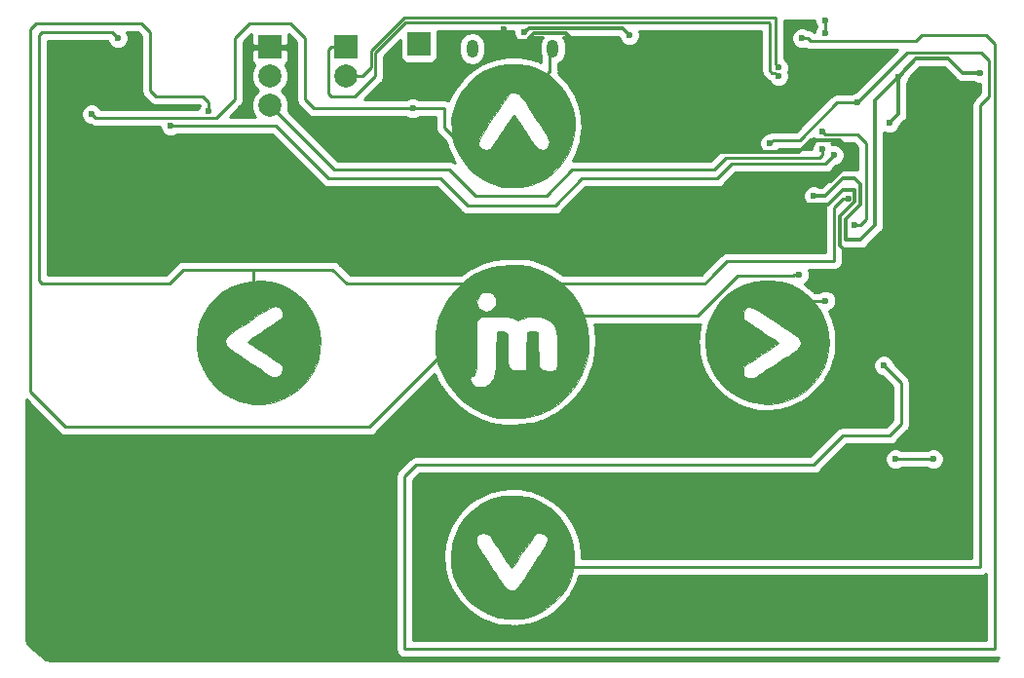
<source format=gbr>
G04 #@! TF.GenerationSoftware,KiCad,Pcbnew,(5.0.1-3-g963ef8bb5)*
G04 #@! TF.CreationDate,2018-11-23T08:59:46+00:00*
G04 #@! TF.ProjectId,invitation,696E7669746174696F6E2E6B69636164,rev?*
G04 #@! TF.SameCoordinates,Original*
G04 #@! TF.FileFunction,Copper,L1,Top,Signal*
G04 #@! TF.FilePolarity,Positive*
%FSLAX46Y46*%
G04 Gerber Fmt 4.6, Leading zero omitted, Abs format (unit mm)*
G04 Created by KiCad (PCBNEW (5.0.1-3-g963ef8bb5)) date Friday, 23 November 2018 at 08:59:46*
%MOMM*%
%LPD*%
G01*
G04 APERTURE LIST*
G04 #@! TA.AperFunction,EtchedComponent*
%ADD10C,0.010000*%
G04 #@! TD*
G04 #@! TA.AperFunction,ComponentPad*
%ADD11O,1.250000X0.950000*%
G04 #@! TD*
G04 #@! TA.AperFunction,ComponentPad*
%ADD12O,1.000000X1.550000*%
G04 #@! TD*
G04 #@! TA.AperFunction,ComponentPad*
%ADD13R,2.000000X2.000000*%
G04 #@! TD*
G04 #@! TA.AperFunction,ComponentPad*
%ADD14C,2.000000*%
G04 #@! TD*
G04 #@! TA.AperFunction,BGAPad,CuDef*
%ADD15C,1.000000*%
G04 #@! TD*
G04 #@! TA.AperFunction,ViaPad*
%ADD16C,0.600000*%
G04 #@! TD*
G04 #@! TA.AperFunction,Conductor*
%ADD17C,0.300000*%
G04 #@! TD*
G04 #@! TA.AperFunction,Conductor*
%ADD18C,0.250000*%
G04 #@! TD*
G04 #@! TA.AperFunction,Conductor*
%ADD19C,0.254000*%
G04 #@! TD*
G04 APERTURE END LIST*
D10*
G04 #@! TO.C,P4*
G36*
X141298524Y-94596623D02*
X142158751Y-94849985D01*
X142988777Y-95253521D01*
X143606156Y-95676492D01*
X144254718Y-96290941D01*
X144795698Y-97026365D01*
X145215985Y-97863208D01*
X145378988Y-98320666D01*
X145523824Y-98980546D01*
X145583546Y-99712240D01*
X145558850Y-100455010D01*
X145450431Y-101148117D01*
X145342265Y-101524023D01*
X144944227Y-102424278D01*
X144426619Y-103206619D01*
X143783835Y-103878375D01*
X143199750Y-104325088D01*
X142411837Y-104754090D01*
X141546952Y-105049501D01*
X140642274Y-105202800D01*
X139734985Y-105205470D01*
X139480333Y-105177353D01*
X138617030Y-104988883D01*
X137827459Y-104664771D01*
X137089326Y-104193590D01*
X136429631Y-103613534D01*
X135810799Y-102895863D01*
X135352219Y-102132238D01*
X135048125Y-101308739D01*
X134892751Y-100411446D01*
X134868502Y-99844666D01*
X134876944Y-99735927D01*
X137325387Y-99735927D01*
X137388497Y-100052699D01*
X137446827Y-100155489D01*
X137553218Y-100254502D01*
X137778784Y-100428787D01*
X138100456Y-100661749D01*
X138495163Y-100936790D01*
X138939836Y-101237313D01*
X139076660Y-101328060D01*
X139554503Y-101643731D01*
X140012321Y-101946398D01*
X140421168Y-102216907D01*
X140752095Y-102436104D01*
X140976156Y-102584835D01*
X141004333Y-102603597D01*
X141400732Y-102816528D01*
X141732554Y-102879422D01*
X142011570Y-102793388D01*
X142120709Y-102708574D01*
X142252652Y-102498926D01*
X142318441Y-102224180D01*
X142306519Y-101961405D01*
X142251870Y-101833864D01*
X142167733Y-101766408D01*
X141967861Y-101623860D01*
X141678293Y-101423723D01*
X141325067Y-101183499D01*
X140934223Y-100920693D01*
X140531798Y-100652807D01*
X140143832Y-100397344D01*
X139796364Y-100171809D01*
X139515431Y-99993704D01*
X139501500Y-99985057D01*
X139341465Y-99868573D01*
X139270385Y-99782547D01*
X139270158Y-99779214D01*
X139338370Y-99716237D01*
X139527487Y-99577256D01*
X139815683Y-99377383D01*
X140181133Y-99131728D01*
X140602010Y-98855400D01*
X140643213Y-98828666D01*
X141080511Y-98542680D01*
X141476326Y-98279046D01*
X141805572Y-98054852D01*
X142043168Y-97887186D01*
X142164029Y-97793134D01*
X142165721Y-97791500D01*
X142280383Y-97577670D01*
X142313033Y-97293184D01*
X142262760Y-97016035D01*
X142176544Y-96866833D01*
X141951014Y-96741639D01*
X141686177Y-96712000D01*
X141547969Y-96722415D01*
X141398624Y-96761908D01*
X141215133Y-96842846D01*
X140974490Y-96977597D01*
X140653686Y-97178529D01*
X140229713Y-97458010D01*
X139953648Y-97643333D01*
X139528012Y-97929025D01*
X139152120Y-98179258D01*
X138847790Y-98379679D01*
X138636841Y-98515933D01*
X138541091Y-98573665D01*
X138538057Y-98574666D01*
X138430683Y-98623895D01*
X138235696Y-98750588D01*
X137995107Y-98923260D01*
X137750932Y-99110423D01*
X137545182Y-99280590D01*
X137419870Y-99402273D01*
X137404422Y-99424281D01*
X137325387Y-99735927D01*
X134876944Y-99735927D01*
X134941902Y-98899286D01*
X135163536Y-98029751D01*
X135379902Y-97517177D01*
X135866606Y-96706790D01*
X136459805Y-96015990D01*
X137142413Y-95448600D01*
X137897341Y-95008444D01*
X138707504Y-94699345D01*
X139555813Y-94525126D01*
X140425182Y-94489611D01*
X141298524Y-94596623D01*
X141298524Y-94596623D01*
G37*
X141298524Y-94596623D02*
X142158751Y-94849985D01*
X142988777Y-95253521D01*
X143606156Y-95676492D01*
X144254718Y-96290941D01*
X144795698Y-97026365D01*
X145215985Y-97863208D01*
X145378988Y-98320666D01*
X145523824Y-98980546D01*
X145583546Y-99712240D01*
X145558850Y-100455010D01*
X145450431Y-101148117D01*
X145342265Y-101524023D01*
X144944227Y-102424278D01*
X144426619Y-103206619D01*
X143783835Y-103878375D01*
X143199750Y-104325088D01*
X142411837Y-104754090D01*
X141546952Y-105049501D01*
X140642274Y-105202800D01*
X139734985Y-105205470D01*
X139480333Y-105177353D01*
X138617030Y-104988883D01*
X137827459Y-104664771D01*
X137089326Y-104193590D01*
X136429631Y-103613534D01*
X135810799Y-102895863D01*
X135352219Y-102132238D01*
X135048125Y-101308739D01*
X134892751Y-100411446D01*
X134868502Y-99844666D01*
X134876944Y-99735927D01*
X137325387Y-99735927D01*
X137388497Y-100052699D01*
X137446827Y-100155489D01*
X137553218Y-100254502D01*
X137778784Y-100428787D01*
X138100456Y-100661749D01*
X138495163Y-100936790D01*
X138939836Y-101237313D01*
X139076660Y-101328060D01*
X139554503Y-101643731D01*
X140012321Y-101946398D01*
X140421168Y-102216907D01*
X140752095Y-102436104D01*
X140976156Y-102584835D01*
X141004333Y-102603597D01*
X141400732Y-102816528D01*
X141732554Y-102879422D01*
X142011570Y-102793388D01*
X142120709Y-102708574D01*
X142252652Y-102498926D01*
X142318441Y-102224180D01*
X142306519Y-101961405D01*
X142251870Y-101833864D01*
X142167733Y-101766408D01*
X141967861Y-101623860D01*
X141678293Y-101423723D01*
X141325067Y-101183499D01*
X140934223Y-100920693D01*
X140531798Y-100652807D01*
X140143832Y-100397344D01*
X139796364Y-100171809D01*
X139515431Y-99993704D01*
X139501500Y-99985057D01*
X139341465Y-99868573D01*
X139270385Y-99782547D01*
X139270158Y-99779214D01*
X139338370Y-99716237D01*
X139527487Y-99577256D01*
X139815683Y-99377383D01*
X140181133Y-99131728D01*
X140602010Y-98855400D01*
X140643213Y-98828666D01*
X141080511Y-98542680D01*
X141476326Y-98279046D01*
X141805572Y-98054852D01*
X142043168Y-97887186D01*
X142164029Y-97793134D01*
X142165721Y-97791500D01*
X142280383Y-97577670D01*
X142313033Y-97293184D01*
X142262760Y-97016035D01*
X142176544Y-96866833D01*
X141951014Y-96741639D01*
X141686177Y-96712000D01*
X141547969Y-96722415D01*
X141398624Y-96761908D01*
X141215133Y-96842846D01*
X140974490Y-96977597D01*
X140653686Y-97178529D01*
X140229713Y-97458010D01*
X139953648Y-97643333D01*
X139528012Y-97929025D01*
X139152120Y-98179258D01*
X138847790Y-98379679D01*
X138636841Y-98515933D01*
X138541091Y-98573665D01*
X138538057Y-98574666D01*
X138430683Y-98623895D01*
X138235696Y-98750588D01*
X137995107Y-98923260D01*
X137750932Y-99110423D01*
X137545182Y-99280590D01*
X137419870Y-99402273D01*
X137404422Y-99424281D01*
X137325387Y-99735927D01*
X134876944Y-99735927D01*
X134941902Y-98899286D01*
X135163536Y-98029751D01*
X135379902Y-97517177D01*
X135866606Y-96706790D01*
X136459805Y-96015990D01*
X137142413Y-95448600D01*
X137897341Y-95008444D01*
X138707504Y-94699345D01*
X139555813Y-94525126D01*
X140425182Y-94489611D01*
X141298524Y-94596623D01*
G04 #@! TO.C,P5*
G36*
X185465430Y-94528083D02*
X185640000Y-94563759D01*
X186490574Y-94846248D01*
X187284402Y-95272807D01*
X188002096Y-95824200D01*
X188624271Y-96481187D01*
X189131540Y-97224531D01*
X189504517Y-98034993D01*
X189656842Y-98550000D01*
X189749012Y-99135878D01*
X189780937Y-99800906D01*
X189752598Y-100467350D01*
X189663974Y-101057475D01*
X189657504Y-101085522D01*
X189372416Y-101940486D01*
X188947311Y-102723025D01*
X188400216Y-103420660D01*
X187749156Y-104020916D01*
X187012157Y-104511315D01*
X186207244Y-104879380D01*
X185352443Y-105112635D01*
X184465779Y-105198602D01*
X183775451Y-105156941D01*
X182849520Y-104953480D01*
X181989725Y-104601006D01*
X181210505Y-104111756D01*
X180526302Y-103497966D01*
X179951557Y-102771874D01*
X179500712Y-101945717D01*
X179275678Y-101344000D01*
X179130842Y-100684120D01*
X179071120Y-99952425D01*
X179095816Y-99209655D01*
X179204234Y-98516549D01*
X179312401Y-98140643D01*
X179625471Y-97440486D01*
X182336225Y-97440486D01*
X182348147Y-97703261D01*
X182402796Y-97830802D01*
X182486933Y-97898257D01*
X182686805Y-98040805D01*
X182976373Y-98240943D01*
X183329599Y-98481167D01*
X183720443Y-98743973D01*
X184122868Y-99011859D01*
X184510833Y-99267321D01*
X184858302Y-99492857D01*
X185139235Y-99670962D01*
X185153166Y-99679609D01*
X185313201Y-99796093D01*
X185384281Y-99882118D01*
X185384507Y-99885451D01*
X185316296Y-99948429D01*
X185127179Y-100087409D01*
X184838982Y-100287282D01*
X184473533Y-100532938D01*
X184052656Y-100809266D01*
X184011453Y-100836000D01*
X183574154Y-101121986D01*
X183178340Y-101385620D01*
X182849093Y-101609813D01*
X182611498Y-101777480D01*
X182490637Y-101871532D01*
X182488945Y-101873166D01*
X182374283Y-102086996D01*
X182341632Y-102371481D01*
X182391906Y-102648631D01*
X182478122Y-102797833D01*
X182703651Y-102923026D01*
X182968489Y-102952666D01*
X183106697Y-102942250D01*
X183256042Y-102902758D01*
X183439532Y-102821820D01*
X183680176Y-102687069D01*
X184000979Y-102486137D01*
X184424952Y-102206655D01*
X184701018Y-102021333D01*
X185126654Y-101735641D01*
X185502546Y-101485408D01*
X185806875Y-101284987D01*
X186017824Y-101148733D01*
X186113575Y-101091000D01*
X186116609Y-101090000D01*
X186223982Y-101040771D01*
X186418970Y-100914077D01*
X186659558Y-100741405D01*
X186903734Y-100554243D01*
X187109484Y-100384076D01*
X187234795Y-100262393D01*
X187250244Y-100240384D01*
X187329251Y-99929879D01*
X187267487Y-99614365D01*
X187209063Y-99510924D01*
X187099058Y-99406386D01*
X186873195Y-99229309D01*
X186557830Y-98999070D01*
X186179317Y-98735052D01*
X185875563Y-98530325D01*
X185154937Y-98052250D01*
X184560919Y-97661255D01*
X184079163Y-97350581D01*
X183695322Y-97113469D01*
X183395051Y-96943162D01*
X183164004Y-96832901D01*
X182987833Y-96775927D01*
X182852193Y-96765482D01*
X182742738Y-96794807D01*
X182645121Y-96857143D01*
X182544996Y-96945733D01*
X182533956Y-96956091D01*
X182402013Y-97165740D01*
X182336225Y-97440486D01*
X179625471Y-97440486D01*
X179711470Y-97248158D01*
X180236389Y-96457699D01*
X180875851Y-95780493D01*
X181618552Y-95227765D01*
X182453183Y-94810740D01*
X182785505Y-94692291D01*
X183408148Y-94545880D01*
X184108269Y-94467640D01*
X184816989Y-94460674D01*
X185465430Y-94528083D01*
X185465430Y-94528083D01*
G37*
X185465430Y-94528083D02*
X185640000Y-94563759D01*
X186490574Y-94846248D01*
X187284402Y-95272807D01*
X188002096Y-95824200D01*
X188624271Y-96481187D01*
X189131540Y-97224531D01*
X189504517Y-98034993D01*
X189656842Y-98550000D01*
X189749012Y-99135878D01*
X189780937Y-99800906D01*
X189752598Y-100467350D01*
X189663974Y-101057475D01*
X189657504Y-101085522D01*
X189372416Y-101940486D01*
X188947311Y-102723025D01*
X188400216Y-103420660D01*
X187749156Y-104020916D01*
X187012157Y-104511315D01*
X186207244Y-104879380D01*
X185352443Y-105112635D01*
X184465779Y-105198602D01*
X183775451Y-105156941D01*
X182849520Y-104953480D01*
X181989725Y-104601006D01*
X181210505Y-104111756D01*
X180526302Y-103497966D01*
X179951557Y-102771874D01*
X179500712Y-101945717D01*
X179275678Y-101344000D01*
X179130842Y-100684120D01*
X179071120Y-99952425D01*
X179095816Y-99209655D01*
X179204234Y-98516549D01*
X179312401Y-98140643D01*
X179625471Y-97440486D01*
X182336225Y-97440486D01*
X182348147Y-97703261D01*
X182402796Y-97830802D01*
X182486933Y-97898257D01*
X182686805Y-98040805D01*
X182976373Y-98240943D01*
X183329599Y-98481167D01*
X183720443Y-98743973D01*
X184122868Y-99011859D01*
X184510833Y-99267321D01*
X184858302Y-99492857D01*
X185139235Y-99670962D01*
X185153166Y-99679609D01*
X185313201Y-99796093D01*
X185384281Y-99882118D01*
X185384507Y-99885451D01*
X185316296Y-99948429D01*
X185127179Y-100087409D01*
X184838982Y-100287282D01*
X184473533Y-100532938D01*
X184052656Y-100809266D01*
X184011453Y-100836000D01*
X183574154Y-101121986D01*
X183178340Y-101385620D01*
X182849093Y-101609813D01*
X182611498Y-101777480D01*
X182490637Y-101871532D01*
X182488945Y-101873166D01*
X182374283Y-102086996D01*
X182341632Y-102371481D01*
X182391906Y-102648631D01*
X182478122Y-102797833D01*
X182703651Y-102923026D01*
X182968489Y-102952666D01*
X183106697Y-102942250D01*
X183256042Y-102902758D01*
X183439532Y-102821820D01*
X183680176Y-102687069D01*
X184000979Y-102486137D01*
X184424952Y-102206655D01*
X184701018Y-102021333D01*
X185126654Y-101735641D01*
X185502546Y-101485408D01*
X185806875Y-101284987D01*
X186017824Y-101148733D01*
X186113575Y-101091000D01*
X186116609Y-101090000D01*
X186223982Y-101040771D01*
X186418970Y-100914077D01*
X186659558Y-100741405D01*
X186903734Y-100554243D01*
X187109484Y-100384076D01*
X187234795Y-100262393D01*
X187250244Y-100240384D01*
X187329251Y-99929879D01*
X187267487Y-99614365D01*
X187209063Y-99510924D01*
X187099058Y-99406386D01*
X186873195Y-99229309D01*
X186557830Y-98999070D01*
X186179317Y-98735052D01*
X185875563Y-98530325D01*
X185154937Y-98052250D01*
X184560919Y-97661255D01*
X184079163Y-97350581D01*
X183695322Y-97113469D01*
X183395051Y-96943162D01*
X183164004Y-96832901D01*
X182987833Y-96775927D01*
X182852193Y-96765482D01*
X182742738Y-96794807D01*
X182645121Y-96857143D01*
X182544996Y-96945733D01*
X182533956Y-96956091D01*
X182402013Y-97165740D01*
X182336225Y-97440486D01*
X179625471Y-97440486D01*
X179711470Y-97248158D01*
X180236389Y-96457699D01*
X180875851Y-95780493D01*
X181618552Y-95227765D01*
X182453183Y-94810740D01*
X182785505Y-94692291D01*
X183408148Y-94545880D01*
X184108269Y-94467640D01*
X184816989Y-94460674D01*
X185465430Y-94528083D01*
G04 #@! TO.C,P10*
G36*
X162801355Y-75664523D02*
X163656624Y-75796793D01*
X164450157Y-76048128D01*
X164697489Y-76159902D01*
X165508040Y-76647812D01*
X166201962Y-77246440D01*
X166773513Y-77938526D01*
X167216949Y-78706810D01*
X167526528Y-79534033D01*
X167696507Y-80402935D01*
X167721142Y-81296258D01*
X167594692Y-82196740D01*
X167311413Y-83087123D01*
X167132371Y-83477666D01*
X166651562Y-84246290D01*
X166039353Y-84923130D01*
X165316369Y-85490980D01*
X164503239Y-85932632D01*
X163936333Y-86143821D01*
X163504168Y-86245948D01*
X162987377Y-86320323D01*
X162443376Y-86363005D01*
X161929580Y-86370052D01*
X161503406Y-86337525D01*
X161395478Y-86318235D01*
X160465632Y-86037513D01*
X159616165Y-85619451D01*
X158860966Y-85076321D01*
X158213927Y-84420395D01*
X157688940Y-83663944D01*
X157299894Y-82819242D01*
X157242291Y-82649161D01*
X157226610Y-82582473D01*
X159315482Y-82582473D01*
X159344807Y-82691928D01*
X159407143Y-82789545D01*
X159495733Y-82889670D01*
X159506091Y-82900709D01*
X159715740Y-83032652D01*
X159990486Y-83098441D01*
X160253261Y-83086519D01*
X160380802Y-83031870D01*
X160448257Y-82947733D01*
X160590805Y-82747861D01*
X160790943Y-82458293D01*
X161031167Y-82105067D01*
X161293973Y-81714223D01*
X161561859Y-81311798D01*
X161817321Y-80923832D01*
X162042857Y-80576364D01*
X162220962Y-80295431D01*
X162229609Y-80281500D01*
X162346093Y-80121465D01*
X162432118Y-80050385D01*
X162435451Y-80050158D01*
X162498429Y-80118370D01*
X162637409Y-80307487D01*
X162837282Y-80595683D01*
X163082938Y-80961133D01*
X163359266Y-81382010D01*
X163386000Y-81423213D01*
X163671986Y-81860511D01*
X163935620Y-82256326D01*
X164159813Y-82585572D01*
X164327480Y-82823168D01*
X164421532Y-82944029D01*
X164423166Y-82945721D01*
X164636996Y-83060383D01*
X164921481Y-83093033D01*
X165198631Y-83042760D01*
X165347833Y-82956544D01*
X165473026Y-82731014D01*
X165502666Y-82466177D01*
X165492250Y-82327969D01*
X165452758Y-82178624D01*
X165371820Y-81995133D01*
X165237069Y-81754490D01*
X165036137Y-81433686D01*
X164756655Y-81009713D01*
X164571333Y-80733648D01*
X164285641Y-80308012D01*
X164035408Y-79932120D01*
X163834987Y-79627790D01*
X163698733Y-79416841D01*
X163641000Y-79321091D01*
X163640000Y-79318057D01*
X163590771Y-79210683D01*
X163464077Y-79015696D01*
X163291405Y-78775107D01*
X163104243Y-78530932D01*
X162934076Y-78325182D01*
X162812393Y-78199870D01*
X162790384Y-78184422D01*
X162479879Y-78105414D01*
X162164365Y-78167179D01*
X162060924Y-78225603D01*
X161956386Y-78335608D01*
X161779309Y-78561470D01*
X161549070Y-78876836D01*
X161285052Y-79255349D01*
X161080325Y-79559103D01*
X160602250Y-80279729D01*
X160211255Y-80873747D01*
X159900581Y-81355503D01*
X159663469Y-81739343D01*
X159493162Y-82039614D01*
X159382901Y-82270662D01*
X159325927Y-82446833D01*
X159315482Y-82582473D01*
X157226610Y-82582473D01*
X157095880Y-82026518D01*
X157017640Y-81326397D01*
X157010674Y-80617677D01*
X157078083Y-79969236D01*
X157113759Y-79794666D01*
X157396248Y-78944091D01*
X157822807Y-78150264D01*
X158374200Y-77432570D01*
X159031187Y-76810395D01*
X159774531Y-76303126D01*
X160584993Y-75930149D01*
X161100000Y-75777823D01*
X161932947Y-75656479D01*
X162801355Y-75664523D01*
X162801355Y-75664523D01*
G37*
X162801355Y-75664523D02*
X163656624Y-75796793D01*
X164450157Y-76048128D01*
X164697489Y-76159902D01*
X165508040Y-76647812D01*
X166201962Y-77246440D01*
X166773513Y-77938526D01*
X167216949Y-78706810D01*
X167526528Y-79534033D01*
X167696507Y-80402935D01*
X167721142Y-81296258D01*
X167594692Y-82196740D01*
X167311413Y-83087123D01*
X167132371Y-83477666D01*
X166651562Y-84246290D01*
X166039353Y-84923130D01*
X165316369Y-85490980D01*
X164503239Y-85932632D01*
X163936333Y-86143821D01*
X163504168Y-86245948D01*
X162987377Y-86320323D01*
X162443376Y-86363005D01*
X161929580Y-86370052D01*
X161503406Y-86337525D01*
X161395478Y-86318235D01*
X160465632Y-86037513D01*
X159616165Y-85619451D01*
X158860966Y-85076321D01*
X158213927Y-84420395D01*
X157688940Y-83663944D01*
X157299894Y-82819242D01*
X157242291Y-82649161D01*
X157226610Y-82582473D01*
X159315482Y-82582473D01*
X159344807Y-82691928D01*
X159407143Y-82789545D01*
X159495733Y-82889670D01*
X159506091Y-82900709D01*
X159715740Y-83032652D01*
X159990486Y-83098441D01*
X160253261Y-83086519D01*
X160380802Y-83031870D01*
X160448257Y-82947733D01*
X160590805Y-82747861D01*
X160790943Y-82458293D01*
X161031167Y-82105067D01*
X161293973Y-81714223D01*
X161561859Y-81311798D01*
X161817321Y-80923832D01*
X162042857Y-80576364D01*
X162220962Y-80295431D01*
X162229609Y-80281500D01*
X162346093Y-80121465D01*
X162432118Y-80050385D01*
X162435451Y-80050158D01*
X162498429Y-80118370D01*
X162637409Y-80307487D01*
X162837282Y-80595683D01*
X163082938Y-80961133D01*
X163359266Y-81382010D01*
X163386000Y-81423213D01*
X163671986Y-81860511D01*
X163935620Y-82256326D01*
X164159813Y-82585572D01*
X164327480Y-82823168D01*
X164421532Y-82944029D01*
X164423166Y-82945721D01*
X164636996Y-83060383D01*
X164921481Y-83093033D01*
X165198631Y-83042760D01*
X165347833Y-82956544D01*
X165473026Y-82731014D01*
X165502666Y-82466177D01*
X165492250Y-82327969D01*
X165452758Y-82178624D01*
X165371820Y-81995133D01*
X165237069Y-81754490D01*
X165036137Y-81433686D01*
X164756655Y-81009713D01*
X164571333Y-80733648D01*
X164285641Y-80308012D01*
X164035408Y-79932120D01*
X163834987Y-79627790D01*
X163698733Y-79416841D01*
X163641000Y-79321091D01*
X163640000Y-79318057D01*
X163590771Y-79210683D01*
X163464077Y-79015696D01*
X163291405Y-78775107D01*
X163104243Y-78530932D01*
X162934076Y-78325182D01*
X162812393Y-78199870D01*
X162790384Y-78184422D01*
X162479879Y-78105414D01*
X162164365Y-78167179D01*
X162060924Y-78225603D01*
X161956386Y-78335608D01*
X161779309Y-78561470D01*
X161549070Y-78876836D01*
X161285052Y-79255349D01*
X161080325Y-79559103D01*
X160602250Y-80279729D01*
X160211255Y-80873747D01*
X159900581Y-81355503D01*
X159663469Y-81739343D01*
X159493162Y-82039614D01*
X159382901Y-82270662D01*
X159325927Y-82446833D01*
X159315482Y-82582473D01*
X157226610Y-82582473D01*
X157095880Y-82026518D01*
X157017640Y-81326397D01*
X157010674Y-80617677D01*
X157078083Y-79969236D01*
X157113759Y-79794666D01*
X157396248Y-78944091D01*
X157822807Y-78150264D01*
X158374200Y-77432570D01*
X159031187Y-76810395D01*
X159774531Y-76303126D01*
X160584993Y-75930149D01*
X161100000Y-75777823D01*
X161932947Y-75656479D01*
X162801355Y-75664523D01*
G04 #@! TO.C,P11*
G36*
X162905010Y-113175816D02*
X163598117Y-113284234D01*
X163974023Y-113392401D01*
X164866508Y-113791470D01*
X165656966Y-114316389D01*
X166334172Y-114955851D01*
X166886901Y-115698552D01*
X167303925Y-116533183D01*
X167422374Y-116865505D01*
X167568786Y-117488148D01*
X167647025Y-118188269D01*
X167653991Y-118896989D01*
X167586583Y-119545430D01*
X167550906Y-119720000D01*
X167268418Y-120570574D01*
X166841858Y-121364402D01*
X166290466Y-122082096D01*
X165633478Y-122704271D01*
X164890135Y-123211540D01*
X164079673Y-123584517D01*
X163564666Y-123736842D01*
X163049079Y-123818740D01*
X162445109Y-123854036D01*
X161823536Y-123842816D01*
X161255143Y-123785166D01*
X160990895Y-123733712D01*
X160169057Y-123451008D01*
X159390004Y-123020770D01*
X158679430Y-122463932D01*
X158063032Y-121801429D01*
X157566506Y-121054195D01*
X157467256Y-120863000D01*
X157162961Y-120099162D01*
X156991393Y-119298651D01*
X156942412Y-118450000D01*
X157028648Y-117513130D01*
X157154958Y-117048489D01*
X159162000Y-117048489D01*
X159172415Y-117186697D01*
X159211908Y-117336042D01*
X159292846Y-117519532D01*
X159427597Y-117760176D01*
X159628529Y-118080979D01*
X159908010Y-118504952D01*
X160093333Y-118781018D01*
X160379025Y-119206654D01*
X160629258Y-119582546D01*
X160829679Y-119886875D01*
X160965933Y-120097824D01*
X161023665Y-120193575D01*
X161024666Y-120196609D01*
X161073048Y-120299647D01*
X161197500Y-120491751D01*
X161366985Y-120730831D01*
X161550463Y-120974799D01*
X161716897Y-121181566D01*
X161835247Y-121309044D01*
X161857554Y-121326019D01*
X162140934Y-121405489D01*
X162448611Y-121365899D01*
X162603742Y-121289063D01*
X162708279Y-121179058D01*
X162885357Y-120953195D01*
X163115595Y-120637830D01*
X163379614Y-120259317D01*
X163584341Y-119955563D01*
X164062416Y-119234937D01*
X164453411Y-118640919D01*
X164764085Y-118159163D01*
X165001196Y-117775322D01*
X165171503Y-117475051D01*
X165281764Y-117244004D01*
X165338738Y-117067833D01*
X165349184Y-116932193D01*
X165319859Y-116822738D01*
X165257523Y-116725121D01*
X165168933Y-116624996D01*
X165158574Y-116613956D01*
X164948926Y-116482013D01*
X164674180Y-116416225D01*
X164411405Y-116428147D01*
X164283864Y-116482796D01*
X164216408Y-116566933D01*
X164073860Y-116766805D01*
X163873723Y-117056373D01*
X163633499Y-117409599D01*
X163370693Y-117800443D01*
X163102807Y-118202868D01*
X162847344Y-118590833D01*
X162621809Y-118938302D01*
X162443704Y-119219235D01*
X162435057Y-119233166D01*
X162318573Y-119393201D01*
X162232547Y-119464281D01*
X162229214Y-119464507D01*
X162166237Y-119396296D01*
X162027256Y-119207179D01*
X161827383Y-118918982D01*
X161581728Y-118553533D01*
X161305400Y-118132656D01*
X161278666Y-118091453D01*
X160992680Y-117654154D01*
X160729046Y-117258340D01*
X160504852Y-116929093D01*
X160337186Y-116691498D01*
X160243134Y-116570637D01*
X160241500Y-116568945D01*
X160027670Y-116454283D01*
X159743184Y-116421632D01*
X159466035Y-116471906D01*
X159316833Y-116558122D01*
X159191639Y-116783651D01*
X159162000Y-117048489D01*
X157154958Y-117048489D01*
X157269260Y-116628025D01*
X157653484Y-115809012D01*
X158170551Y-115070417D01*
X158809696Y-114426568D01*
X159560153Y-113891791D01*
X160411155Y-113480412D01*
X160770666Y-113355678D01*
X161430546Y-113210842D01*
X162162240Y-113151120D01*
X162905010Y-113175816D01*
X162905010Y-113175816D01*
G37*
X162905010Y-113175816D02*
X163598117Y-113284234D01*
X163974023Y-113392401D01*
X164866508Y-113791470D01*
X165656966Y-114316389D01*
X166334172Y-114955851D01*
X166886901Y-115698552D01*
X167303925Y-116533183D01*
X167422374Y-116865505D01*
X167568786Y-117488148D01*
X167647025Y-118188269D01*
X167653991Y-118896989D01*
X167586583Y-119545430D01*
X167550906Y-119720000D01*
X167268418Y-120570574D01*
X166841858Y-121364402D01*
X166290466Y-122082096D01*
X165633478Y-122704271D01*
X164890135Y-123211540D01*
X164079673Y-123584517D01*
X163564666Y-123736842D01*
X163049079Y-123818740D01*
X162445109Y-123854036D01*
X161823536Y-123842816D01*
X161255143Y-123785166D01*
X160990895Y-123733712D01*
X160169057Y-123451008D01*
X159390004Y-123020770D01*
X158679430Y-122463932D01*
X158063032Y-121801429D01*
X157566506Y-121054195D01*
X157467256Y-120863000D01*
X157162961Y-120099162D01*
X156991393Y-119298651D01*
X156942412Y-118450000D01*
X157028648Y-117513130D01*
X157154958Y-117048489D01*
X159162000Y-117048489D01*
X159172415Y-117186697D01*
X159211908Y-117336042D01*
X159292846Y-117519532D01*
X159427597Y-117760176D01*
X159628529Y-118080979D01*
X159908010Y-118504952D01*
X160093333Y-118781018D01*
X160379025Y-119206654D01*
X160629258Y-119582546D01*
X160829679Y-119886875D01*
X160965933Y-120097824D01*
X161023665Y-120193575D01*
X161024666Y-120196609D01*
X161073048Y-120299647D01*
X161197500Y-120491751D01*
X161366985Y-120730831D01*
X161550463Y-120974799D01*
X161716897Y-121181566D01*
X161835247Y-121309044D01*
X161857554Y-121326019D01*
X162140934Y-121405489D01*
X162448611Y-121365899D01*
X162603742Y-121289063D01*
X162708279Y-121179058D01*
X162885357Y-120953195D01*
X163115595Y-120637830D01*
X163379614Y-120259317D01*
X163584341Y-119955563D01*
X164062416Y-119234937D01*
X164453411Y-118640919D01*
X164764085Y-118159163D01*
X165001196Y-117775322D01*
X165171503Y-117475051D01*
X165281764Y-117244004D01*
X165338738Y-117067833D01*
X165349184Y-116932193D01*
X165319859Y-116822738D01*
X165257523Y-116725121D01*
X165168933Y-116624996D01*
X165158574Y-116613956D01*
X164948926Y-116482013D01*
X164674180Y-116416225D01*
X164411405Y-116428147D01*
X164283864Y-116482796D01*
X164216408Y-116566933D01*
X164073860Y-116766805D01*
X163873723Y-117056373D01*
X163633499Y-117409599D01*
X163370693Y-117800443D01*
X163102807Y-118202868D01*
X162847344Y-118590833D01*
X162621809Y-118938302D01*
X162443704Y-119219235D01*
X162435057Y-119233166D01*
X162318573Y-119393201D01*
X162232547Y-119464281D01*
X162229214Y-119464507D01*
X162166237Y-119396296D01*
X162027256Y-119207179D01*
X161827383Y-118918982D01*
X161581728Y-118553533D01*
X161305400Y-118132656D01*
X161278666Y-118091453D01*
X160992680Y-117654154D01*
X160729046Y-117258340D01*
X160504852Y-116929093D01*
X160337186Y-116691498D01*
X160243134Y-116570637D01*
X160241500Y-116568945D01*
X160027670Y-116454283D01*
X159743184Y-116421632D01*
X159466035Y-116471906D01*
X159316833Y-116558122D01*
X159191639Y-116783651D01*
X159162000Y-117048489D01*
X157154958Y-117048489D01*
X157269260Y-116628025D01*
X157653484Y-115809012D01*
X158170551Y-115070417D01*
X158809696Y-114426568D01*
X159560153Y-113891791D01*
X160411155Y-113480412D01*
X160770666Y-113355678D01*
X161430546Y-113210842D01*
X162162240Y-113151120D01*
X162905010Y-113175816D01*
G04 #@! TO.C,P2*
G36*
X163067989Y-93151201D02*
X163501919Y-93191849D01*
X163764000Y-93242826D01*
X164847228Y-93622621D01*
X165808623Y-94119468D01*
X166650234Y-94734977D01*
X167374111Y-95470760D01*
X167982303Y-96328427D01*
X168209156Y-96735848D01*
X168600018Y-97671662D01*
X168843413Y-98662924D01*
X168938779Y-99682909D01*
X168885560Y-100704891D01*
X168683194Y-101702146D01*
X168332826Y-102644313D01*
X167826547Y-103530719D01*
X167184089Y-104333465D01*
X166425043Y-105035306D01*
X165568997Y-105618994D01*
X164635539Y-106067283D01*
X164314333Y-106182405D01*
X163755842Y-106319377D01*
X163090574Y-106409073D01*
X162374876Y-106449650D01*
X161665095Y-106439264D01*
X161017579Y-106376071D01*
X160643600Y-106302505D01*
X159677246Y-105973386D01*
X158768411Y-105496974D01*
X157937995Y-104890122D01*
X157206899Y-104169680D01*
X156596025Y-103352499D01*
X156427691Y-103052704D01*
X158615684Y-103052704D01*
X158724192Y-103326517D01*
X158726331Y-103330663D01*
X158888738Y-103568206D01*
X159096741Y-103696200D01*
X159395756Y-103735429D01*
X159594817Y-103728169D01*
X159946935Y-103671980D01*
X160197812Y-103547063D01*
X160262485Y-103492980D01*
X160435956Y-103287802D01*
X160608703Y-103014187D01*
X160663082Y-102907333D01*
X160723722Y-102763033D01*
X160769832Y-102606721D01*
X160803954Y-102412002D01*
X160828629Y-102152482D01*
X160846398Y-101801765D01*
X160859804Y-101333456D01*
X160870929Y-100748583D01*
X160886258Y-100068888D01*
X160907006Y-99551606D01*
X160933648Y-99189888D01*
X160966662Y-98976888D01*
X160998847Y-98908379D01*
X161219224Y-98847570D01*
X161489817Y-98868040D01*
X161717787Y-98960468D01*
X161746499Y-98983455D01*
X161804575Y-99051939D01*
X161846168Y-99153363D01*
X161873959Y-99314156D01*
X161890625Y-99560745D01*
X161898845Y-99919560D01*
X161901297Y-100417029D01*
X161901333Y-100511304D01*
X161902144Y-101025743D01*
X161907042Y-101398767D01*
X161919720Y-101658297D01*
X161943875Y-101832250D01*
X161983201Y-101948545D01*
X162041394Y-102035101D01*
X162113019Y-102110716D01*
X162245418Y-102224726D01*
X162388291Y-102285107D01*
X162595445Y-102304683D01*
X162896186Y-102297367D01*
X163467666Y-102272333D01*
X163510000Y-100623254D01*
X163552333Y-98974175D01*
X163785166Y-98892410D01*
X164119745Y-98860268D01*
X164250833Y-98892318D01*
X164483666Y-98973991D01*
X164529200Y-100411495D01*
X164548321Y-100897300D01*
X164572398Y-101331265D01*
X164599137Y-101681918D01*
X164626243Y-101917788D01*
X164644995Y-101999518D01*
X164783800Y-102173431D01*
X165019833Y-102274407D01*
X165382209Y-102313341D01*
X165487175Y-102314666D01*
X165744282Y-102315388D01*
X165933030Y-102302498D01*
X166063945Y-102253411D01*
X166147551Y-102145542D01*
X166194371Y-101956306D01*
X166214930Y-101663119D01*
X166219751Y-101243395D01*
X166219333Y-100743442D01*
X166213876Y-100225063D01*
X166198785Y-99732202D01*
X166175983Y-99303971D01*
X166147390Y-98979480D01*
X166125735Y-98838569D01*
X165944782Y-98379621D01*
X165630791Y-98002004D01*
X165211973Y-97735360D01*
X165005887Y-97661981D01*
X164587134Y-97593707D01*
X164107063Y-97590189D01*
X163633572Y-97646416D01*
X163234558Y-97757373D01*
X163141386Y-97799628D01*
X162936399Y-97897912D01*
X162793662Y-97923069D01*
X162634860Y-97874133D01*
X162464195Y-97791270D01*
X162301693Y-97720757D01*
X162119763Y-97670396D01*
X161885189Y-97636156D01*
X161564753Y-97614005D01*
X161125238Y-97599912D01*
X160843000Y-97594502D01*
X160381670Y-97589872D01*
X159968385Y-97591398D01*
X159638540Y-97598528D01*
X159427533Y-97610709D01*
X159382500Y-97617282D01*
X159192000Y-97661226D01*
X159192000Y-99949817D01*
X159189987Y-100702671D01*
X159182159Y-101304210D01*
X159165831Y-101772423D01*
X159138318Y-102125300D01*
X159096935Y-102380829D01*
X159038997Y-102557000D01*
X158961819Y-102671803D01*
X158862718Y-102743226D01*
X158769595Y-102780038D01*
X158630308Y-102877036D01*
X158615684Y-103052704D01*
X156427691Y-103052704D01*
X156274755Y-102780333D01*
X156004926Y-102195631D01*
X155815275Y-101677555D01*
X155693130Y-101170480D01*
X155625817Y-100618783D01*
X155600661Y-99966839D01*
X155599565Y-99817000D01*
X155613839Y-99134921D01*
X155669521Y-98564241D01*
X155778167Y-98049675D01*
X155951334Y-97535941D01*
X156190910Y-96988181D01*
X156580324Y-96303333D01*
X159192000Y-96303333D01*
X159263325Y-96658333D01*
X159452937Y-96929713D01*
X159724287Y-97102325D01*
X160040830Y-97161025D01*
X160366017Y-97090667D01*
X160637846Y-96902512D01*
X160838377Y-96601097D01*
X160896111Y-96275173D01*
X160826194Y-95961289D01*
X160643770Y-95695990D01*
X160363987Y-95515824D01*
X160038666Y-95456666D01*
X159669972Y-95530839D01*
X159390564Y-95736493D01*
X159225737Y-96048334D01*
X159192000Y-96303333D01*
X156580324Y-96303333D01*
X156725910Y-96047298D01*
X157385516Y-95217269D01*
X158159248Y-94506841D01*
X159036628Y-93924761D01*
X160007175Y-93479775D01*
X160631333Y-93281834D01*
X160995930Y-93213163D01*
X161469395Y-93165173D01*
X162004227Y-93138455D01*
X162552925Y-93133600D01*
X163067989Y-93151201D01*
X163067989Y-93151201D01*
G37*
X163067989Y-93151201D02*
X163501919Y-93191849D01*
X163764000Y-93242826D01*
X164847228Y-93622621D01*
X165808623Y-94119468D01*
X166650234Y-94734977D01*
X167374111Y-95470760D01*
X167982303Y-96328427D01*
X168209156Y-96735848D01*
X168600018Y-97671662D01*
X168843413Y-98662924D01*
X168938779Y-99682909D01*
X168885560Y-100704891D01*
X168683194Y-101702146D01*
X168332826Y-102644313D01*
X167826547Y-103530719D01*
X167184089Y-104333465D01*
X166425043Y-105035306D01*
X165568997Y-105618994D01*
X164635539Y-106067283D01*
X164314333Y-106182405D01*
X163755842Y-106319377D01*
X163090574Y-106409073D01*
X162374876Y-106449650D01*
X161665095Y-106439264D01*
X161017579Y-106376071D01*
X160643600Y-106302505D01*
X159677246Y-105973386D01*
X158768411Y-105496974D01*
X157937995Y-104890122D01*
X157206899Y-104169680D01*
X156596025Y-103352499D01*
X156427691Y-103052704D01*
X158615684Y-103052704D01*
X158724192Y-103326517D01*
X158726331Y-103330663D01*
X158888738Y-103568206D01*
X159096741Y-103696200D01*
X159395756Y-103735429D01*
X159594817Y-103728169D01*
X159946935Y-103671980D01*
X160197812Y-103547063D01*
X160262485Y-103492980D01*
X160435956Y-103287802D01*
X160608703Y-103014187D01*
X160663082Y-102907333D01*
X160723722Y-102763033D01*
X160769832Y-102606721D01*
X160803954Y-102412002D01*
X160828629Y-102152482D01*
X160846398Y-101801765D01*
X160859804Y-101333456D01*
X160870929Y-100748583D01*
X160886258Y-100068888D01*
X160907006Y-99551606D01*
X160933648Y-99189888D01*
X160966662Y-98976888D01*
X160998847Y-98908379D01*
X161219224Y-98847570D01*
X161489817Y-98868040D01*
X161717787Y-98960468D01*
X161746499Y-98983455D01*
X161804575Y-99051939D01*
X161846168Y-99153363D01*
X161873959Y-99314156D01*
X161890625Y-99560745D01*
X161898845Y-99919560D01*
X161901297Y-100417029D01*
X161901333Y-100511304D01*
X161902144Y-101025743D01*
X161907042Y-101398767D01*
X161919720Y-101658297D01*
X161943875Y-101832250D01*
X161983201Y-101948545D01*
X162041394Y-102035101D01*
X162113019Y-102110716D01*
X162245418Y-102224726D01*
X162388291Y-102285107D01*
X162595445Y-102304683D01*
X162896186Y-102297367D01*
X163467666Y-102272333D01*
X163510000Y-100623254D01*
X163552333Y-98974175D01*
X163785166Y-98892410D01*
X164119745Y-98860268D01*
X164250833Y-98892318D01*
X164483666Y-98973991D01*
X164529200Y-100411495D01*
X164548321Y-100897300D01*
X164572398Y-101331265D01*
X164599137Y-101681918D01*
X164626243Y-101917788D01*
X164644995Y-101999518D01*
X164783800Y-102173431D01*
X165019833Y-102274407D01*
X165382209Y-102313341D01*
X165487175Y-102314666D01*
X165744282Y-102315388D01*
X165933030Y-102302498D01*
X166063945Y-102253411D01*
X166147551Y-102145542D01*
X166194371Y-101956306D01*
X166214930Y-101663119D01*
X166219751Y-101243395D01*
X166219333Y-100743442D01*
X166213876Y-100225063D01*
X166198785Y-99732202D01*
X166175983Y-99303971D01*
X166147390Y-98979480D01*
X166125735Y-98838569D01*
X165944782Y-98379621D01*
X165630791Y-98002004D01*
X165211973Y-97735360D01*
X165005887Y-97661981D01*
X164587134Y-97593707D01*
X164107063Y-97590189D01*
X163633572Y-97646416D01*
X163234558Y-97757373D01*
X163141386Y-97799628D01*
X162936399Y-97897912D01*
X162793662Y-97923069D01*
X162634860Y-97874133D01*
X162464195Y-97791270D01*
X162301693Y-97720757D01*
X162119763Y-97670396D01*
X161885189Y-97636156D01*
X161564753Y-97614005D01*
X161125238Y-97599912D01*
X160843000Y-97594502D01*
X160381670Y-97589872D01*
X159968385Y-97591398D01*
X159638540Y-97598528D01*
X159427533Y-97610709D01*
X159382500Y-97617282D01*
X159192000Y-97661226D01*
X159192000Y-99949817D01*
X159189987Y-100702671D01*
X159182159Y-101304210D01*
X159165831Y-101772423D01*
X159138318Y-102125300D01*
X159096935Y-102380829D01*
X159038997Y-102557000D01*
X158961819Y-102671803D01*
X158862718Y-102743226D01*
X158769595Y-102780038D01*
X158630308Y-102877036D01*
X158615684Y-103052704D01*
X156427691Y-103052704D01*
X156274755Y-102780333D01*
X156004926Y-102195631D01*
X155815275Y-101677555D01*
X155693130Y-101170480D01*
X155625817Y-100618783D01*
X155600661Y-99966839D01*
X155599565Y-99817000D01*
X155613839Y-99134921D01*
X155669521Y-98564241D01*
X155778167Y-98049675D01*
X155951334Y-97535941D01*
X156190910Y-96988181D01*
X156580324Y-96303333D01*
X159192000Y-96303333D01*
X159263325Y-96658333D01*
X159452937Y-96929713D01*
X159724287Y-97102325D01*
X160040830Y-97161025D01*
X160366017Y-97090667D01*
X160637846Y-96902512D01*
X160838377Y-96601097D01*
X160896111Y-96275173D01*
X160826194Y-95961289D01*
X160643770Y-95695990D01*
X160363987Y-95515824D01*
X160038666Y-95456666D01*
X159669972Y-95530839D01*
X159390564Y-95736493D01*
X159225737Y-96048334D01*
X159192000Y-96303333D01*
X156580324Y-96303333D01*
X156725910Y-96047298D01*
X157385516Y-95217269D01*
X158159248Y-94506841D01*
X159036628Y-93924761D01*
X160007175Y-93479775D01*
X160631333Y-93281834D01*
X160995930Y-93213163D01*
X161469395Y-93165173D01*
X162004227Y-93138455D01*
X162552925Y-93133600D01*
X163067989Y-93151201D01*
G04 #@! TD*
D11*
G04 #@! TO.P,P1,6*
G04 #@! TO.N,Net-(P1-Pad6)*
X159805100Y-77000540D03*
X164805100Y-77000540D03*
D12*
X158805100Y-74300540D03*
X165805100Y-74300540D03*
G04 #@! TD*
D13*
G04 #@! TO.P,P3,1*
G04 #@! TO.N,GND*
X141224000Y-74168000D03*
D14*
G04 #@! TO.P,P3,2*
G04 #@! TO.N,VCC*
X141224000Y-76708000D03*
G04 #@! TO.P,P3,3*
G04 #@! TO.N,SCLK*
X141224000Y-79248000D03*
G04 #@! TD*
D13*
G04 #@! TO.P,P8,1*
G04 #@! TO.N,RESET*
X154178000Y-73914000D03*
G04 #@! TD*
G04 #@! TO.P,P9,1*
G04 #@! TO.N,MOSI*
X147828000Y-74168000D03*
D14*
G04 #@! TO.P,P9,2*
G04 #@! TO.N,MISO*
X147828000Y-76708000D03*
G04 #@! TD*
D15*
G04 #@! TO.P,P4,1*
G04 #@! TO.N,leftArrSens*
X142740000Y-99760000D03*
G04 #@! TD*
G04 #@! TO.P,P5,1*
G04 #@! TO.N,rightArrSens*
X181830000Y-99820000D03*
G04 #@! TD*
G04 #@! TO.P,P10,1*
G04 #@! TO.N,upArrSens*
X162370000Y-83520000D03*
G04 #@! TD*
G04 #@! TO.P,P11,1*
G04 #@! TO.N,downArrSens*
X162210000Y-115910000D03*
G04 #@! TD*
G04 #@! TO.P,P2,1*
G04 #@! TO.N,homeSens*
X163510000Y-95880000D03*
G04 #@! TD*
D16*
G04 #@! TO.N,GND*
X191008000Y-75438000D03*
X199898000Y-76200000D03*
X195580000Y-91440000D03*
X198374000Y-84836000D03*
X201676000Y-87884000D03*
X179578000Y-83820000D03*
X185674000Y-80772000D03*
X172720000Y-78232000D03*
X195326000Y-84328000D03*
X161500000Y-72650000D03*
G04 #@! TO.N,VCC*
X195834000Y-76810000D03*
X172466000Y-73152000D03*
X163322000Y-72898000D03*
X195072000Y-80772000D03*
X188468000Y-87122000D03*
X202946000Y-76454000D03*
G04 #@! TO.N,interactLED*
X195580000Y-109982000D03*
X198882000Y-109982000D03*
G04 #@! TO.N,SCLK*
X189230000Y-83058000D03*
G04 #@! TO.N,MISO*
X185420000Y-75946000D03*
G04 #@! TO.N,MOSI*
X185420000Y-76708000D03*
G04 #@! TO.N,RESET*
X189484000Y-71882000D03*
X189484000Y-72942000D03*
G04 #@! TO.N,Net-(C0-Pad1)*
X192024000Y-89662000D03*
X189230000Y-81534000D03*
G04 #@! TO.N,homeSens*
X135890000Y-79756000D03*
X187210000Y-93960000D03*
G04 #@! TO.N,leftArrSens*
X191516000Y-87376000D03*
X128016000Y-73406000D03*
G04 #@! TO.N,rightArrSens*
X189500000Y-96230000D03*
G04 #@! TO.N,upArrSens*
X125730000Y-80010000D03*
X153630000Y-79502000D03*
G04 #@! TO.N,downArrSens*
X184658000Y-82550000D03*
X192278000Y-78994000D03*
G04 #@! TO.N,downArrBtn*
X132588000Y-81026000D03*
X190246000Y-83566000D03*
G04 #@! TO.N,powerLED*
X187452000Y-73406000D03*
X194564000Y-101854000D03*
G04 #@! TD*
D17*
G04 #@! TO.N,GND*
X185674000Y-80772000D02*
X186182000Y-80772000D01*
X191008000Y-75946000D02*
X191008000Y-75438000D01*
X190500000Y-76454000D02*
X191008000Y-75946000D01*
X187706000Y-76454000D02*
X190500000Y-76454000D01*
X186944000Y-77216000D02*
X187706000Y-76454000D01*
X186944000Y-80010000D02*
X186944000Y-77216000D01*
X186182000Y-80772000D02*
X186944000Y-80010000D01*
X199898000Y-76200000D02*
X199390000Y-76708000D01*
X199390000Y-76708000D02*
X199390000Y-84836000D01*
X198374000Y-84836000D02*
X199390000Y-84836000D01*
X201676000Y-87884000D02*
X201676000Y-90932000D01*
X201168000Y-91440000D02*
X195580000Y-91440000D01*
X201676000Y-90932000D02*
X201168000Y-91440000D01*
X198374000Y-84836000D02*
X196088000Y-84836000D01*
X198374000Y-87630000D02*
X198374000Y-84836000D01*
X198628000Y-87884000D02*
X198374000Y-87630000D01*
X201676000Y-87884000D02*
X198628000Y-87884000D01*
X185166000Y-80264000D02*
X180086000Y-80264000D01*
X185674000Y-80772000D02*
X185166000Y-80264000D01*
X177546000Y-78232000D02*
X179832000Y-80518000D01*
X179832000Y-80518000D02*
X179578000Y-80772000D01*
X180086000Y-80264000D02*
X179832000Y-80518000D01*
X172720000Y-78232000D02*
X177546000Y-78232000D01*
X195326000Y-84328000D02*
X195834000Y-84328000D01*
X195834000Y-84328000D02*
X196088000Y-84582000D01*
X196088000Y-84582000D02*
X196088000Y-84836000D01*
X188214000Y-82296000D02*
X187198000Y-83312000D01*
X187198000Y-83312000D02*
X180086000Y-83312000D01*
X190754000Y-91440000D02*
X190754000Y-88900000D01*
X190754000Y-82296000D02*
X188214000Y-82296000D01*
X192024000Y-87630000D02*
X192024000Y-86614000D01*
X187960000Y-85852000D02*
X189992000Y-85852000D01*
X187198000Y-87376000D02*
X187198000Y-86614000D01*
X179578000Y-83312000D02*
X179578000Y-83820000D01*
X187706000Y-87884000D02*
X187198000Y-87376000D01*
X191008000Y-86614000D02*
X189738000Y-87884000D01*
X191262000Y-91948000D02*
X190754000Y-91440000D01*
X190754000Y-88900000D02*
X192024000Y-87630000D01*
X189992000Y-85852000D02*
X191770000Y-84074000D01*
X189738000Y-87884000D02*
X187706000Y-87884000D01*
X192786000Y-91948000D02*
X191262000Y-91948000D01*
X191770000Y-83312000D02*
X190754000Y-82296000D01*
X195026001Y-84627999D02*
X195026001Y-89707999D01*
X195026001Y-89707999D02*
X192786000Y-91948000D01*
X192024000Y-86614000D02*
X191008000Y-86614000D01*
X180086000Y-83312000D02*
X179578000Y-83312000D01*
X195326000Y-84328000D02*
X195026001Y-84627999D01*
X187198000Y-86614000D02*
X187960000Y-85852000D01*
X191770000Y-84074000D02*
X191770000Y-83312000D01*
X179578000Y-80772000D02*
X179578000Y-83312000D01*
X167380000Y-75686000D02*
X169926000Y-78232000D01*
X167380000Y-73440000D02*
X167380000Y-75686000D01*
X166940000Y-73000000D02*
X167380000Y-73440000D01*
X164200000Y-73000000D02*
X166940000Y-73000000D01*
X163570000Y-73630000D02*
X164200000Y-73000000D01*
X169926000Y-78232000D02*
X172720000Y-78232000D01*
X163570000Y-73660000D02*
X163570000Y-73630000D01*
X162510000Y-73660000D02*
X161500000Y-72650000D01*
X163030000Y-73660000D02*
X162510000Y-73660000D01*
X163030000Y-73660000D02*
X163570000Y-73660000D01*
G04 #@! TO.N,VCC*
X196133999Y-76510001D02*
X196133999Y-76408001D01*
X195834000Y-76810000D02*
X196133999Y-76510001D01*
X196133999Y-76408001D02*
X197358000Y-75184000D01*
X197358000Y-75184000D02*
X200152000Y-75184000D01*
X200152000Y-75184000D02*
X201422000Y-76454000D01*
X195834000Y-80010000D02*
X195834000Y-76810000D01*
X195072000Y-80772000D02*
X195834000Y-80010000D01*
X193802000Y-78842000D02*
X195834000Y-76810000D01*
X191262000Y-90932000D02*
X192532000Y-90932000D01*
X191262000Y-89154000D02*
X191262000Y-90932000D01*
X192532000Y-90932000D02*
X193802000Y-89662000D01*
X192532000Y-87884000D02*
X191262000Y-89154000D01*
X192532000Y-86106000D02*
X192532000Y-87884000D01*
X188468000Y-87122000D02*
X189484000Y-87122000D01*
X191008000Y-85598000D02*
X192024000Y-85598000D01*
X192024000Y-85598000D02*
X192532000Y-86106000D01*
X193802000Y-89662000D02*
X193802000Y-78842000D01*
X189484000Y-87122000D02*
X191008000Y-85598000D01*
X163621999Y-72598001D02*
X163661999Y-72598001D01*
X163322000Y-72898000D02*
X163621999Y-72598001D01*
X163661999Y-72598001D02*
X163740000Y-72520000D01*
X171834000Y-72520000D02*
X172466000Y-73152000D01*
X163740000Y-72520000D02*
X171834000Y-72520000D01*
X202184000Y-76454000D02*
X202946000Y-76454000D01*
X201422000Y-76454000D02*
X202184000Y-76454000D01*
D18*
G04 #@! TO.N,Net-(P1-Pad6)*
X165551100Y-76256900D02*
X165551100Y-74300540D01*
X164807460Y-77000540D02*
X165551100Y-76256900D01*
X164551100Y-77000540D02*
X164807460Y-77000540D01*
X159551100Y-77000540D02*
X164551100Y-77000540D01*
G04 #@! TO.N,interactLED*
X198882000Y-109982000D02*
X195580000Y-109982000D01*
G04 #@! TO.N,SCLK*
X189230000Y-83566000D02*
X189230000Y-83058000D01*
X188976000Y-83820000D02*
X189230000Y-83566000D01*
X180848000Y-83820000D02*
X188976000Y-83820000D01*
X156826000Y-84836000D02*
X158830000Y-86840000D01*
X179832000Y-84836000D02*
X180848000Y-83820000D01*
X165236000Y-87110000D02*
X167510000Y-84836000D01*
X159090000Y-87110000D02*
X165236000Y-87110000D01*
X158830000Y-86850000D02*
X159090000Y-87110000D01*
X158830000Y-86840000D02*
X158830000Y-86850000D01*
X167510000Y-84836000D02*
X179832000Y-84836000D01*
X146812000Y-84836000D02*
X156826000Y-84836000D01*
X141224000Y-79248000D02*
X146812000Y-84836000D01*
G04 #@! TO.N,MISO*
X185166000Y-71628000D02*
X185166000Y-75692000D01*
X152908000Y-71628000D02*
X185166000Y-71628000D01*
X150004213Y-75946000D02*
X150004213Y-74531787D01*
X150004213Y-74531787D02*
X152908000Y-71628000D01*
X149242213Y-76708000D02*
X150004213Y-75946000D01*
X147828000Y-76708000D02*
X149242213Y-76708000D01*
X185166000Y-75692000D02*
X185420000Y-75946000D01*
G04 #@! TO.N,MOSI*
X185120001Y-76408001D02*
X185420000Y-76708000D01*
X184658000Y-72136000D02*
X184658000Y-76200000D01*
X184590991Y-72068991D02*
X184658000Y-72136000D01*
X150368000Y-74676000D02*
X152975009Y-72068991D01*
X146578000Y-74168000D02*
X146304000Y-74442000D01*
X150368000Y-76708000D02*
X150368000Y-74676000D01*
X152975009Y-72068991D02*
X184590991Y-72068991D01*
X148590000Y-78486000D02*
X150368000Y-76708000D01*
X146304000Y-78232000D02*
X146558000Y-78486000D01*
X184866001Y-76408001D02*
X185120001Y-76408001D01*
X184658000Y-76200000D02*
X184866001Y-76408001D01*
X146558000Y-78486000D02*
X148590000Y-78486000D01*
X146304000Y-74442000D02*
X146304000Y-78232000D01*
X147828000Y-74168000D02*
X146578000Y-74168000D01*
G04 #@! TO.N,RESET*
X189484000Y-72942000D02*
X189484000Y-71882000D01*
G04 #@! TO.N,Net-(C0-Pad1)*
X192532000Y-89662000D02*
X192024000Y-89662000D01*
X192278000Y-81788000D02*
X193040000Y-82550000D01*
X193040000Y-89154000D02*
X192532000Y-89662000D01*
X193040000Y-82550000D02*
X193040000Y-89154000D01*
X189484000Y-81788000D02*
X192278000Y-81788000D01*
X189230000Y-81534000D02*
X189484000Y-81788000D01*
G04 #@! TO.N,homeSens*
X135890000Y-78994000D02*
X135890000Y-79756000D01*
X131318000Y-78486000D02*
X135382000Y-78486000D01*
X135382000Y-78486000D02*
X135890000Y-78994000D01*
X130048000Y-72136000D02*
X130810000Y-72898000D01*
X120904000Y-72136000D02*
X130048000Y-72136000D01*
X120396000Y-104140000D02*
X120396000Y-72644000D01*
X149860000Y-107188000D02*
X123444000Y-107188000D01*
X130810000Y-72898000D02*
X130810000Y-77978000D01*
X123444000Y-107188000D02*
X120396000Y-104140000D01*
X120396000Y-72644000D02*
X120904000Y-72136000D01*
X130810000Y-77978000D02*
X131318000Y-78486000D01*
X158750000Y-98298000D02*
X149860000Y-107188000D01*
X158750000Y-98298000D02*
X158750000Y-98270000D01*
X158750000Y-98270000D02*
X159230000Y-97790000D01*
X159230000Y-97790000D02*
X159240000Y-97790000D01*
X159240000Y-97790000D02*
X159570000Y-97460000D01*
X163510000Y-97460000D02*
X163510000Y-95880000D01*
X159570000Y-97460000D02*
X163510000Y-97460000D01*
X164134000Y-97460000D02*
X164210000Y-97536000D01*
X163510000Y-97460000D02*
X164134000Y-97460000D01*
X163830000Y-97536000D02*
X164210000Y-97536000D01*
X164210000Y-97536000D02*
X177950000Y-97536000D01*
X186785736Y-93960000D02*
X186665736Y-94080000D01*
X187210000Y-93960000D02*
X186785736Y-93960000D01*
X186665736Y-94080000D02*
X181876000Y-94080000D01*
X181876000Y-94080000D02*
X178420000Y-97536000D01*
X177950000Y-97536000D02*
X178420000Y-97536000D01*
G04 #@! TO.N,leftArrSens*
X121158000Y-73152000D02*
X121158000Y-94488000D01*
X121412000Y-72898000D02*
X121158000Y-73152000D01*
X132488000Y-94742000D02*
X133720000Y-93510000D01*
X121412000Y-94742000D02*
X132488000Y-94742000D01*
X128016000Y-73406000D02*
X127508000Y-72898000D01*
X127508000Y-72898000D02*
X121412000Y-72898000D01*
X121158000Y-94488000D02*
X121412000Y-94742000D01*
X139750000Y-93510000D02*
X139750000Y-96010000D01*
X133720000Y-93510000D02*
X139750000Y-93510000D01*
X139750000Y-96010000D02*
X142630000Y-96010000D01*
X142740000Y-96120000D02*
X142740000Y-99760000D01*
X142630000Y-96010000D02*
X142740000Y-96120000D01*
X190246000Y-88138000D02*
X191008000Y-87376000D01*
X179018000Y-94742000D02*
X179650000Y-94110000D01*
X191008000Y-87376000D02*
X191516000Y-87376000D01*
X146668000Y-93510000D02*
X147900000Y-94742000D01*
X147900000Y-94742000D02*
X179018000Y-94742000D01*
X139750000Y-93510000D02*
X146668000Y-93510000D01*
X179650000Y-94110000D02*
X179650000Y-94090000D01*
X179650000Y-94090000D02*
X180960000Y-92780000D01*
X180960000Y-92780000D02*
X190246000Y-92780000D01*
X190246000Y-92780000D02*
X190246000Y-88138000D01*
G04 #@! TO.N,rightArrSens*
X181830000Y-96930000D02*
X182530000Y-96230000D01*
X182530000Y-96230000D02*
X189500000Y-96230000D01*
X181830000Y-99820000D02*
X181830000Y-96930000D01*
G04 #@! TO.N,upArrSens*
X144272000Y-78740000D02*
X145034000Y-79502000D01*
X143002000Y-72136000D02*
X144272000Y-73406000D01*
X138152003Y-73429997D02*
X139446000Y-72136000D01*
X138152003Y-78763997D02*
X138152003Y-73429997D01*
X144272000Y-73406000D02*
X144272000Y-78740000D01*
X136606001Y-80309999D02*
X138152003Y-78763997D01*
X126029999Y-80309999D02*
X136606001Y-80309999D01*
X139446000Y-72136000D02*
X143002000Y-72136000D01*
X125730000Y-80010000D02*
X126029999Y-80309999D01*
X156360000Y-79502000D02*
X156360000Y-81170000D01*
X158710000Y-83520000D02*
X162370000Y-83520000D01*
X156360000Y-81170000D02*
X158710000Y-83520000D01*
X153630000Y-79502000D02*
X156360000Y-79502000D01*
X145034000Y-79502000D02*
X153630000Y-79502000D01*
G04 #@! TO.N,downArrSens*
X184957999Y-82250001D02*
X187243999Y-82250001D01*
X184658000Y-82550000D02*
X184957999Y-82250001D01*
X190500000Y-78994000D02*
X192278000Y-78994000D01*
X187243999Y-82250001D02*
X190500000Y-78994000D01*
X196596000Y-74676000D02*
X192278000Y-78994000D01*
X203067002Y-74676000D02*
X196596000Y-74676000D01*
X202946000Y-79756000D02*
X202946000Y-79502000D01*
X202946000Y-79248000D02*
X202946000Y-79756000D01*
X202946000Y-119380000D02*
X202946000Y-79756000D01*
X168100000Y-119380000D02*
X166680000Y-119380000D01*
X168100000Y-119380000D02*
X202946000Y-119380000D01*
X166680000Y-119380000D02*
X165850000Y-118550000D01*
X165850000Y-118550000D02*
X165850000Y-116400000D01*
X165360000Y-115910000D02*
X162210000Y-115910000D01*
X165850000Y-116400000D02*
X165360000Y-115910000D01*
X203708000Y-78486000D02*
X202946000Y-79248000D01*
X203708000Y-75316998D02*
X203708000Y-78486000D01*
X203708000Y-75316998D02*
X203067002Y-74676000D01*
G04 #@! TO.N,downArrBtn*
X189484000Y-84328000D02*
X189992000Y-83820000D01*
X168350000Y-85598000D02*
X180086000Y-85598000D01*
X165988000Y-87960000D02*
X168350000Y-85598000D01*
X158400000Y-87960000D02*
X165988000Y-87960000D01*
X156038000Y-85598000D02*
X158400000Y-87960000D01*
X189992000Y-83820000D02*
X190246000Y-83566000D01*
X180086000Y-85598000D02*
X181356000Y-84328000D01*
X141732000Y-81026000D02*
X146304000Y-85598000D01*
X181356000Y-84328000D02*
X189484000Y-84328000D01*
X146304000Y-85598000D02*
X156038000Y-85598000D01*
X132588000Y-81026000D02*
X141732000Y-81026000D01*
G04 #@! TO.N,powerLED*
X187452000Y-73406000D02*
X187960000Y-73406000D01*
X187960000Y-73406000D02*
X188214000Y-73660000D01*
X188214000Y-73660000D02*
X197358000Y-73660000D01*
X197358000Y-73660000D02*
X197866000Y-73152000D01*
X197866000Y-73152000D02*
X203454000Y-73152000D01*
X152908000Y-126492000D02*
X152908000Y-111506000D01*
X152908000Y-111506000D02*
X153924000Y-110490000D01*
X153924000Y-110490000D02*
X188468000Y-110490000D01*
X188468000Y-110490000D02*
X191008000Y-107950000D01*
X191008000Y-107950000D02*
X195072000Y-107950000D01*
X195072000Y-107950000D02*
X196088000Y-106934000D01*
X196088000Y-103378000D02*
X194564000Y-101854000D01*
X196088000Y-106934000D02*
X196088000Y-103378000D01*
X204216000Y-126492000D02*
X152908000Y-126492000D01*
X203454000Y-73152000D02*
X204216000Y-73914000D01*
X204216000Y-73914000D02*
X204216000Y-126492000D01*
G04 #@! TD*
D19*
G04 #@! TO.N,GND*
G36*
X200812253Y-76954411D02*
X200856047Y-77019953D01*
X200921589Y-77063747D01*
X200921591Y-77063749D01*
X200995156Y-77112903D01*
X201115708Y-77193454D01*
X201344684Y-77239000D01*
X201344688Y-77239000D01*
X201421999Y-77254378D01*
X201499310Y-77239000D01*
X202408710Y-77239000D01*
X202416365Y-77246655D01*
X202760017Y-77389000D01*
X202948001Y-77389000D01*
X202948001Y-78171197D01*
X202461530Y-78657669D01*
X202398071Y-78700071D01*
X202230096Y-78951464D01*
X202186000Y-79173149D01*
X202186000Y-79173153D01*
X202171112Y-79248000D01*
X202186000Y-79322847D01*
X202186000Y-79830852D01*
X202186001Y-79830857D01*
X202186000Y-118620000D01*
X168291299Y-118620000D01*
X168286994Y-118181979D01*
X168280279Y-118149874D01*
X168283066Y-118117191D01*
X168204827Y-117417070D01*
X168193129Y-117380253D01*
X168191793Y-117341650D01*
X168045382Y-116719007D01*
X168030463Y-116686244D01*
X168025225Y-116650631D01*
X167906776Y-116318310D01*
X167886741Y-116284791D01*
X167876438Y-116247126D01*
X167459414Y-115412495D01*
X167424655Y-115367683D01*
X167400323Y-115316456D01*
X166847594Y-114573755D01*
X166806018Y-114536197D01*
X166773567Y-114490521D01*
X166096361Y-113851059D01*
X166049905Y-113821908D01*
X166011015Y-113783239D01*
X165220557Y-113258320D01*
X165171245Y-113238058D01*
X165127753Y-113207217D01*
X164235268Y-112808148D01*
X164191182Y-112798098D01*
X164151002Y-112777357D01*
X163775096Y-112669191D01*
X163734899Y-112665813D01*
X163697025Y-112651923D01*
X163003918Y-112543505D01*
X162964599Y-112545125D01*
X162926277Y-112536169D01*
X162183507Y-112511473D01*
X162146964Y-112517487D01*
X162110175Y-112513241D01*
X161378481Y-112572963D01*
X161336739Y-112584866D01*
X161293340Y-112585722D01*
X160633460Y-112730559D01*
X160598588Y-112745815D01*
X160560883Y-112751037D01*
X160201372Y-112875771D01*
X160168971Y-112894769D01*
X160132613Y-112904205D01*
X159281611Y-113315584D01*
X159238266Y-113348305D01*
X159188742Y-113370587D01*
X158438285Y-113905364D01*
X158400821Y-113945153D01*
X158355492Y-113975682D01*
X157716346Y-114619531D01*
X157685969Y-114665356D01*
X157646259Y-114703377D01*
X157129192Y-115441972D01*
X157106905Y-115492636D01*
X157074075Y-115537194D01*
X156689851Y-116356207D01*
X156676488Y-116410274D01*
X156651673Y-116460136D01*
X156537371Y-116880600D01*
X156537371Y-116880602D01*
X156411061Y-117345242D01*
X156407207Y-117400938D01*
X156391342Y-117454467D01*
X156305106Y-118391338D01*
X156310130Y-118439206D01*
X156303475Y-118486877D01*
X156352456Y-119335528D01*
X156364874Y-119383360D01*
X156365604Y-119432772D01*
X156537172Y-120233283D01*
X156558585Y-120282891D01*
X156568404Y-120336020D01*
X156872699Y-121099858D01*
X156890243Y-121126904D01*
X156899229Y-121157865D01*
X156998479Y-121349060D01*
X157020226Y-121376220D01*
X157033458Y-121408398D01*
X157529984Y-122155631D01*
X157566943Y-122192780D01*
X157594473Y-122237380D01*
X158210871Y-122899883D01*
X158251789Y-122929410D01*
X158284669Y-122967682D01*
X158995243Y-123524520D01*
X159041224Y-123547781D01*
X159080605Y-123581013D01*
X159859659Y-124011251D01*
X159912741Y-124028151D01*
X159960876Y-124056203D01*
X160782715Y-124338907D01*
X160827109Y-124344935D01*
X160868572Y-124361914D01*
X161132821Y-124413368D01*
X161162341Y-124413249D01*
X161190562Y-124421899D01*
X161758954Y-124479549D01*
X161785715Y-124476992D01*
X161811985Y-124482712D01*
X162433558Y-124493932D01*
X162457924Y-124489541D01*
X162482447Y-124492946D01*
X163086416Y-124457650D01*
X163117442Y-124449572D01*
X163149481Y-124450816D01*
X163665068Y-124368918D01*
X163704417Y-124354381D01*
X163746187Y-124350560D01*
X164261195Y-124198235D01*
X164302191Y-124176687D01*
X164347230Y-124165906D01*
X165157692Y-123792929D01*
X165201308Y-123761285D01*
X165250886Y-123740178D01*
X165994229Y-123232909D01*
X166030139Y-123196290D01*
X166073547Y-123168964D01*
X166730535Y-122546788D01*
X166759837Y-122505417D01*
X166797978Y-122472009D01*
X167349370Y-121754315D01*
X167372458Y-121707567D01*
X167405622Y-121667338D01*
X167832182Y-120873510D01*
X167848393Y-120820490D01*
X167875797Y-120772293D01*
X168085791Y-120140000D01*
X202871148Y-120140000D01*
X202946000Y-120154889D01*
X203020852Y-120140000D01*
X203242537Y-120095904D01*
X203456001Y-119953272D01*
X203456001Y-125732000D01*
X153668000Y-125732000D01*
X153668000Y-111820801D01*
X154238802Y-111250000D01*
X188393153Y-111250000D01*
X188468000Y-111264888D01*
X188542847Y-111250000D01*
X188542852Y-111250000D01*
X188764537Y-111205904D01*
X189015929Y-111037929D01*
X189058331Y-110974470D01*
X190236785Y-109796017D01*
X194645000Y-109796017D01*
X194645000Y-110167983D01*
X194787345Y-110511635D01*
X195050365Y-110774655D01*
X195394017Y-110917000D01*
X195765983Y-110917000D01*
X196109635Y-110774655D01*
X196142290Y-110742000D01*
X198319710Y-110742000D01*
X198352365Y-110774655D01*
X198696017Y-110917000D01*
X199067983Y-110917000D01*
X199411635Y-110774655D01*
X199674655Y-110511635D01*
X199817000Y-110167983D01*
X199817000Y-109796017D01*
X199674655Y-109452365D01*
X199411635Y-109189345D01*
X199067983Y-109047000D01*
X198696017Y-109047000D01*
X198352365Y-109189345D01*
X198319710Y-109222000D01*
X196142290Y-109222000D01*
X196109635Y-109189345D01*
X195765983Y-109047000D01*
X195394017Y-109047000D01*
X195050365Y-109189345D01*
X194787345Y-109452365D01*
X194645000Y-109796017D01*
X190236785Y-109796017D01*
X191322803Y-108710000D01*
X194997153Y-108710000D01*
X195072000Y-108724888D01*
X195146847Y-108710000D01*
X195146852Y-108710000D01*
X195368537Y-108665904D01*
X195619929Y-108497929D01*
X195662331Y-108434470D01*
X196572473Y-107524329D01*
X196635929Y-107481929D01*
X196803904Y-107230537D01*
X196848000Y-107008852D01*
X196848000Y-107008847D01*
X196862888Y-106934000D01*
X196848000Y-106859153D01*
X196848000Y-103452846D01*
X196862888Y-103377999D01*
X196848000Y-103303152D01*
X196848000Y-103303148D01*
X196803904Y-103081463D01*
X196754662Y-103007767D01*
X196678329Y-102893526D01*
X196678327Y-102893524D01*
X196635929Y-102830071D01*
X196572476Y-102787673D01*
X195499000Y-101714198D01*
X195499000Y-101668017D01*
X195356655Y-101324365D01*
X195093635Y-101061345D01*
X194749983Y-100919000D01*
X194378017Y-100919000D01*
X194034365Y-101061345D01*
X193771345Y-101324365D01*
X193629000Y-101668017D01*
X193629000Y-102039983D01*
X193771345Y-102383635D01*
X194034365Y-102646655D01*
X194378017Y-102789000D01*
X194424198Y-102789000D01*
X195328001Y-103692804D01*
X195328000Y-106619198D01*
X194757199Y-107190000D01*
X191082846Y-107190000D01*
X191007999Y-107175112D01*
X190933152Y-107190000D01*
X190933148Y-107190000D01*
X190711463Y-107234096D01*
X190711461Y-107234097D01*
X190711462Y-107234097D01*
X190523526Y-107359671D01*
X190523524Y-107359673D01*
X190460071Y-107402071D01*
X190417673Y-107465524D01*
X188153199Y-109730000D01*
X153998847Y-109730000D01*
X153924000Y-109715112D01*
X153849153Y-109730000D01*
X153849148Y-109730000D01*
X153627463Y-109774096D01*
X153376071Y-109942071D01*
X153333671Y-110005527D01*
X152423528Y-110915671D01*
X152360072Y-110958071D01*
X152317672Y-111021527D01*
X152317671Y-111021528D01*
X152192097Y-111209463D01*
X152133112Y-111506000D01*
X152148001Y-111580852D01*
X152148000Y-126417148D01*
X152133111Y-126492000D01*
X152192096Y-126788537D01*
X152360071Y-127039929D01*
X152611463Y-127207904D01*
X152642462Y-127214070D01*
X152908000Y-127266889D01*
X152982852Y-127252000D01*
X204141148Y-127252000D01*
X204216000Y-127266889D01*
X204481539Y-127214070D01*
X204512537Y-127207904D01*
X204520359Y-127202678D01*
X204500074Y-127304655D01*
X204440225Y-127394226D01*
X204350655Y-127454074D01*
X204175070Y-127489000D01*
X122286248Y-127489000D01*
X121726244Y-127423711D01*
X120122024Y-126020018D01*
X120015000Y-125666653D01*
X120015000Y-104833801D01*
X122853671Y-107672473D01*
X122896071Y-107735929D01*
X123147463Y-107903904D01*
X123369148Y-107948000D01*
X123369153Y-107948000D01*
X123444000Y-107962888D01*
X123518847Y-107948000D01*
X149785153Y-107948000D01*
X149860000Y-107962888D01*
X149934847Y-107948000D01*
X149934852Y-107948000D01*
X150156537Y-107903904D01*
X150407929Y-107735929D01*
X150450331Y-107672470D01*
X155498081Y-102624721D01*
X155693648Y-103048503D01*
X155708747Y-103069268D01*
X155716708Y-103093676D01*
X155869644Y-103366047D01*
X155869646Y-103366049D01*
X156037978Y-103665841D01*
X156065307Y-103697768D01*
X156083420Y-103735691D01*
X156694294Y-104552872D01*
X156730404Y-104585352D01*
X156757684Y-104625538D01*
X157488780Y-105345980D01*
X157528342Y-105371996D01*
X157560381Y-105406849D01*
X158390796Y-106013701D01*
X158434112Y-106033816D01*
X158471273Y-106063815D01*
X159380107Y-106540227D01*
X159427843Y-106554289D01*
X159470914Y-106579214D01*
X160437268Y-106908333D01*
X160480109Y-106914017D01*
X160520072Y-106930471D01*
X160894051Y-107004037D01*
X160925405Y-107003971D01*
X160955415Y-107013045D01*
X161602931Y-107076238D01*
X161629564Y-107073591D01*
X161655731Y-107079195D01*
X162365512Y-107089581D01*
X162388228Y-107085407D01*
X162411103Y-107088624D01*
X163126801Y-107048047D01*
X163151071Y-107041773D01*
X163176089Y-107043334D01*
X163841357Y-106953638D01*
X163873908Y-106942475D01*
X163908287Y-106940956D01*
X164466777Y-106803984D01*
X164497130Y-106789811D01*
X164530263Y-106784878D01*
X164851469Y-106669757D01*
X164880178Y-106652529D01*
X164912602Y-106644202D01*
X165846060Y-106195913D01*
X165884872Y-106166770D01*
X165929541Y-106147774D01*
X166785587Y-105564085D01*
X166818938Y-105530102D01*
X166859538Y-105505215D01*
X167618584Y-104803374D01*
X167646900Y-104764390D01*
X167683766Y-104733369D01*
X168326224Y-103930623D01*
X168349352Y-103886044D01*
X168382287Y-103848135D01*
X168888566Y-102961729D01*
X168905185Y-102912012D01*
X168932691Y-102867387D01*
X169283059Y-101925220D01*
X169291035Y-101875695D01*
X169310411Y-101829423D01*
X169512777Y-100832168D01*
X169512961Y-100784437D01*
X169524694Y-100738173D01*
X169577913Y-99716191D01*
X169571183Y-99669880D01*
X169576000Y-99623331D01*
X169480634Y-98603345D01*
X169467062Y-98557793D01*
X169464951Y-98510311D01*
X169412329Y-98296000D01*
X178345153Y-98296000D01*
X178420000Y-98310888D01*
X178494847Y-98296000D01*
X178494852Y-98296000D01*
X178608217Y-98273450D01*
X178589191Y-98339570D01*
X178585813Y-98379767D01*
X178571923Y-98417641D01*
X178463505Y-99110747D01*
X178465125Y-99150066D01*
X178456169Y-99188388D01*
X178431473Y-99931158D01*
X178437487Y-99967701D01*
X178433241Y-100004490D01*
X178492963Y-100736184D01*
X178504867Y-100777929D01*
X178505723Y-100821326D01*
X178650559Y-101481207D01*
X178668878Y-101523078D01*
X178676228Y-101568186D01*
X178901262Y-102169903D01*
X178925289Y-102208723D01*
X178938920Y-102252294D01*
X179389765Y-103078452D01*
X179424819Y-103120418D01*
X179449741Y-103169091D01*
X180024486Y-103895183D01*
X180066136Y-103930612D01*
X180098932Y-103974364D01*
X180783135Y-104588153D01*
X180830319Y-104616108D01*
X180870187Y-104653774D01*
X181649407Y-105143024D01*
X181700970Y-105162687D01*
X181746964Y-105193177D01*
X182606759Y-105545651D01*
X182661278Y-105556289D01*
X182712165Y-105578567D01*
X183638096Y-105782028D01*
X183688313Y-105783030D01*
X183736897Y-105795779D01*
X184427225Y-105837440D01*
X184477275Y-105830587D01*
X184527541Y-105835615D01*
X185414205Y-105749648D01*
X185466470Y-105733881D01*
X185520924Y-105730060D01*
X186375725Y-105496805D01*
X186422512Y-105473465D01*
X186473393Y-105461415D01*
X187278306Y-105093350D01*
X187319603Y-105063540D01*
X187366698Y-105044139D01*
X188103697Y-104553740D01*
X188139661Y-104517914D01*
X188182973Y-104491450D01*
X188834033Y-103891194D01*
X188864529Y-103849335D01*
X188903827Y-103815598D01*
X189450922Y-103117963D01*
X189475247Y-103069921D01*
X189509687Y-103028529D01*
X189934792Y-102245990D01*
X189951560Y-102192029D01*
X189979552Y-102142936D01*
X190264640Y-101287972D01*
X190268492Y-101257441D01*
X190281126Y-101229382D01*
X190287596Y-101201334D01*
X190288360Y-101176193D01*
X190296877Y-101152523D01*
X190385501Y-100562398D01*
X190383873Y-100527998D01*
X190392020Y-100494540D01*
X190420359Y-99828096D01*
X190415873Y-99799170D01*
X190420201Y-99770218D01*
X190388276Y-99105190D01*
X190379829Y-99071307D01*
X190381236Y-99036417D01*
X190289066Y-98450539D01*
X190274425Y-98410724D01*
X190270560Y-98368479D01*
X190118235Y-97853472D01*
X190096688Y-97812477D01*
X190085906Y-97767436D01*
X189789022Y-97122320D01*
X190029635Y-97022655D01*
X190292655Y-96759635D01*
X190435000Y-96415983D01*
X190435000Y-96044017D01*
X190292655Y-95700365D01*
X190029635Y-95437345D01*
X189685983Y-95295000D01*
X189314017Y-95295000D01*
X188970365Y-95437345D01*
X188937710Y-95470000D01*
X188548107Y-95470000D01*
X188466788Y-95384131D01*
X188425415Y-95354827D01*
X188392009Y-95316689D01*
X187686506Y-94774662D01*
X187739635Y-94752655D01*
X188002655Y-94489635D01*
X188145000Y-94145983D01*
X188145000Y-93774017D01*
X188048067Y-93540000D01*
X190171148Y-93540000D01*
X190246000Y-93554889D01*
X190320852Y-93540000D01*
X190542537Y-93495904D01*
X190793929Y-93327929D01*
X190961904Y-93076537D01*
X190984673Y-92962071D01*
X191006000Y-92854852D01*
X191006000Y-92854851D01*
X191020889Y-92780000D01*
X191006000Y-92705148D01*
X191006000Y-91681458D01*
X191184684Y-91717000D01*
X191262000Y-91732379D01*
X191339316Y-91717000D01*
X192454688Y-91717000D01*
X192532000Y-91732378D01*
X192609312Y-91717000D01*
X192609316Y-91717000D01*
X192838292Y-91671454D01*
X193097953Y-91497953D01*
X193141749Y-91432408D01*
X194302411Y-90271747D01*
X194367953Y-90227953D01*
X194411747Y-90162411D01*
X194411749Y-90162409D01*
X194461885Y-90087375D01*
X194541454Y-89968292D01*
X194587000Y-89739316D01*
X194587000Y-89739312D01*
X194602378Y-89662001D01*
X194587000Y-89584690D01*
X194587000Y-81583143D01*
X194886017Y-81707000D01*
X195257983Y-81707000D01*
X195601635Y-81564655D01*
X195864655Y-81301635D01*
X196007000Y-80957983D01*
X196007000Y-80947157D01*
X196334408Y-80619749D01*
X196399953Y-80575953D01*
X196573454Y-80316292D01*
X196619000Y-80087316D01*
X196619000Y-80087312D01*
X196634378Y-80010000D01*
X196619000Y-79932688D01*
X196619000Y-77347290D01*
X196626655Y-77339635D01*
X196769000Y-76995983D01*
X196769000Y-76972617D01*
X196873453Y-76816293D01*
X196882786Y-76769371D01*
X197683158Y-75969000D01*
X199826843Y-75969000D01*
X200812253Y-76954411D01*
X200812253Y-76954411D01*
G37*
X200812253Y-76954411D02*
X200856047Y-77019953D01*
X200921589Y-77063747D01*
X200921591Y-77063749D01*
X200995156Y-77112903D01*
X201115708Y-77193454D01*
X201344684Y-77239000D01*
X201344688Y-77239000D01*
X201421999Y-77254378D01*
X201499310Y-77239000D01*
X202408710Y-77239000D01*
X202416365Y-77246655D01*
X202760017Y-77389000D01*
X202948001Y-77389000D01*
X202948001Y-78171197D01*
X202461530Y-78657669D01*
X202398071Y-78700071D01*
X202230096Y-78951464D01*
X202186000Y-79173149D01*
X202186000Y-79173153D01*
X202171112Y-79248000D01*
X202186000Y-79322847D01*
X202186000Y-79830852D01*
X202186001Y-79830857D01*
X202186000Y-118620000D01*
X168291299Y-118620000D01*
X168286994Y-118181979D01*
X168280279Y-118149874D01*
X168283066Y-118117191D01*
X168204827Y-117417070D01*
X168193129Y-117380253D01*
X168191793Y-117341650D01*
X168045382Y-116719007D01*
X168030463Y-116686244D01*
X168025225Y-116650631D01*
X167906776Y-116318310D01*
X167886741Y-116284791D01*
X167876438Y-116247126D01*
X167459414Y-115412495D01*
X167424655Y-115367683D01*
X167400323Y-115316456D01*
X166847594Y-114573755D01*
X166806018Y-114536197D01*
X166773567Y-114490521D01*
X166096361Y-113851059D01*
X166049905Y-113821908D01*
X166011015Y-113783239D01*
X165220557Y-113258320D01*
X165171245Y-113238058D01*
X165127753Y-113207217D01*
X164235268Y-112808148D01*
X164191182Y-112798098D01*
X164151002Y-112777357D01*
X163775096Y-112669191D01*
X163734899Y-112665813D01*
X163697025Y-112651923D01*
X163003918Y-112543505D01*
X162964599Y-112545125D01*
X162926277Y-112536169D01*
X162183507Y-112511473D01*
X162146964Y-112517487D01*
X162110175Y-112513241D01*
X161378481Y-112572963D01*
X161336739Y-112584866D01*
X161293340Y-112585722D01*
X160633460Y-112730559D01*
X160598588Y-112745815D01*
X160560883Y-112751037D01*
X160201372Y-112875771D01*
X160168971Y-112894769D01*
X160132613Y-112904205D01*
X159281611Y-113315584D01*
X159238266Y-113348305D01*
X159188742Y-113370587D01*
X158438285Y-113905364D01*
X158400821Y-113945153D01*
X158355492Y-113975682D01*
X157716346Y-114619531D01*
X157685969Y-114665356D01*
X157646259Y-114703377D01*
X157129192Y-115441972D01*
X157106905Y-115492636D01*
X157074075Y-115537194D01*
X156689851Y-116356207D01*
X156676488Y-116410274D01*
X156651673Y-116460136D01*
X156537371Y-116880600D01*
X156537371Y-116880602D01*
X156411061Y-117345242D01*
X156407207Y-117400938D01*
X156391342Y-117454467D01*
X156305106Y-118391338D01*
X156310130Y-118439206D01*
X156303475Y-118486877D01*
X156352456Y-119335528D01*
X156364874Y-119383360D01*
X156365604Y-119432772D01*
X156537172Y-120233283D01*
X156558585Y-120282891D01*
X156568404Y-120336020D01*
X156872699Y-121099858D01*
X156890243Y-121126904D01*
X156899229Y-121157865D01*
X156998479Y-121349060D01*
X157020226Y-121376220D01*
X157033458Y-121408398D01*
X157529984Y-122155631D01*
X157566943Y-122192780D01*
X157594473Y-122237380D01*
X158210871Y-122899883D01*
X158251789Y-122929410D01*
X158284669Y-122967682D01*
X158995243Y-123524520D01*
X159041224Y-123547781D01*
X159080605Y-123581013D01*
X159859659Y-124011251D01*
X159912741Y-124028151D01*
X159960876Y-124056203D01*
X160782715Y-124338907D01*
X160827109Y-124344935D01*
X160868572Y-124361914D01*
X161132821Y-124413368D01*
X161162341Y-124413249D01*
X161190562Y-124421899D01*
X161758954Y-124479549D01*
X161785715Y-124476992D01*
X161811985Y-124482712D01*
X162433558Y-124493932D01*
X162457924Y-124489541D01*
X162482447Y-124492946D01*
X163086416Y-124457650D01*
X163117442Y-124449572D01*
X163149481Y-124450816D01*
X163665068Y-124368918D01*
X163704417Y-124354381D01*
X163746187Y-124350560D01*
X164261195Y-124198235D01*
X164302191Y-124176687D01*
X164347230Y-124165906D01*
X165157692Y-123792929D01*
X165201308Y-123761285D01*
X165250886Y-123740178D01*
X165994229Y-123232909D01*
X166030139Y-123196290D01*
X166073547Y-123168964D01*
X166730535Y-122546788D01*
X166759837Y-122505417D01*
X166797978Y-122472009D01*
X167349370Y-121754315D01*
X167372458Y-121707567D01*
X167405622Y-121667338D01*
X167832182Y-120873510D01*
X167848393Y-120820490D01*
X167875797Y-120772293D01*
X168085791Y-120140000D01*
X202871148Y-120140000D01*
X202946000Y-120154889D01*
X203020852Y-120140000D01*
X203242537Y-120095904D01*
X203456001Y-119953272D01*
X203456001Y-125732000D01*
X153668000Y-125732000D01*
X153668000Y-111820801D01*
X154238802Y-111250000D01*
X188393153Y-111250000D01*
X188468000Y-111264888D01*
X188542847Y-111250000D01*
X188542852Y-111250000D01*
X188764537Y-111205904D01*
X189015929Y-111037929D01*
X189058331Y-110974470D01*
X190236785Y-109796017D01*
X194645000Y-109796017D01*
X194645000Y-110167983D01*
X194787345Y-110511635D01*
X195050365Y-110774655D01*
X195394017Y-110917000D01*
X195765983Y-110917000D01*
X196109635Y-110774655D01*
X196142290Y-110742000D01*
X198319710Y-110742000D01*
X198352365Y-110774655D01*
X198696017Y-110917000D01*
X199067983Y-110917000D01*
X199411635Y-110774655D01*
X199674655Y-110511635D01*
X199817000Y-110167983D01*
X199817000Y-109796017D01*
X199674655Y-109452365D01*
X199411635Y-109189345D01*
X199067983Y-109047000D01*
X198696017Y-109047000D01*
X198352365Y-109189345D01*
X198319710Y-109222000D01*
X196142290Y-109222000D01*
X196109635Y-109189345D01*
X195765983Y-109047000D01*
X195394017Y-109047000D01*
X195050365Y-109189345D01*
X194787345Y-109452365D01*
X194645000Y-109796017D01*
X190236785Y-109796017D01*
X191322803Y-108710000D01*
X194997153Y-108710000D01*
X195072000Y-108724888D01*
X195146847Y-108710000D01*
X195146852Y-108710000D01*
X195368537Y-108665904D01*
X195619929Y-108497929D01*
X195662331Y-108434470D01*
X196572473Y-107524329D01*
X196635929Y-107481929D01*
X196803904Y-107230537D01*
X196848000Y-107008852D01*
X196848000Y-107008847D01*
X196862888Y-106934000D01*
X196848000Y-106859153D01*
X196848000Y-103452846D01*
X196862888Y-103377999D01*
X196848000Y-103303152D01*
X196848000Y-103303148D01*
X196803904Y-103081463D01*
X196754662Y-103007767D01*
X196678329Y-102893526D01*
X196678327Y-102893524D01*
X196635929Y-102830071D01*
X196572476Y-102787673D01*
X195499000Y-101714198D01*
X195499000Y-101668017D01*
X195356655Y-101324365D01*
X195093635Y-101061345D01*
X194749983Y-100919000D01*
X194378017Y-100919000D01*
X194034365Y-101061345D01*
X193771345Y-101324365D01*
X193629000Y-101668017D01*
X193629000Y-102039983D01*
X193771345Y-102383635D01*
X194034365Y-102646655D01*
X194378017Y-102789000D01*
X194424198Y-102789000D01*
X195328001Y-103692804D01*
X195328000Y-106619198D01*
X194757199Y-107190000D01*
X191082846Y-107190000D01*
X191007999Y-107175112D01*
X190933152Y-107190000D01*
X190933148Y-107190000D01*
X190711463Y-107234096D01*
X190711461Y-107234097D01*
X190711462Y-107234097D01*
X190523526Y-107359671D01*
X190523524Y-107359673D01*
X190460071Y-107402071D01*
X190417673Y-107465524D01*
X188153199Y-109730000D01*
X153998847Y-109730000D01*
X153924000Y-109715112D01*
X153849153Y-109730000D01*
X153849148Y-109730000D01*
X153627463Y-109774096D01*
X153376071Y-109942071D01*
X153333671Y-110005527D01*
X152423528Y-110915671D01*
X152360072Y-110958071D01*
X152317672Y-111021527D01*
X152317671Y-111021528D01*
X152192097Y-111209463D01*
X152133112Y-111506000D01*
X152148001Y-111580852D01*
X152148000Y-126417148D01*
X152133111Y-126492000D01*
X152192096Y-126788537D01*
X152360071Y-127039929D01*
X152611463Y-127207904D01*
X152642462Y-127214070D01*
X152908000Y-127266889D01*
X152982852Y-127252000D01*
X204141148Y-127252000D01*
X204216000Y-127266889D01*
X204481539Y-127214070D01*
X204512537Y-127207904D01*
X204520359Y-127202678D01*
X204500074Y-127304655D01*
X204440225Y-127394226D01*
X204350655Y-127454074D01*
X204175070Y-127489000D01*
X122286248Y-127489000D01*
X121726244Y-127423711D01*
X120122024Y-126020018D01*
X120015000Y-125666653D01*
X120015000Y-104833801D01*
X122853671Y-107672473D01*
X122896071Y-107735929D01*
X123147463Y-107903904D01*
X123369148Y-107948000D01*
X123369153Y-107948000D01*
X123444000Y-107962888D01*
X123518847Y-107948000D01*
X149785153Y-107948000D01*
X149860000Y-107962888D01*
X149934847Y-107948000D01*
X149934852Y-107948000D01*
X150156537Y-107903904D01*
X150407929Y-107735929D01*
X150450331Y-107672470D01*
X155498081Y-102624721D01*
X155693648Y-103048503D01*
X155708747Y-103069268D01*
X155716708Y-103093676D01*
X155869644Y-103366047D01*
X155869646Y-103366049D01*
X156037978Y-103665841D01*
X156065307Y-103697768D01*
X156083420Y-103735691D01*
X156694294Y-104552872D01*
X156730404Y-104585352D01*
X156757684Y-104625538D01*
X157488780Y-105345980D01*
X157528342Y-105371996D01*
X157560381Y-105406849D01*
X158390796Y-106013701D01*
X158434112Y-106033816D01*
X158471273Y-106063815D01*
X159380107Y-106540227D01*
X159427843Y-106554289D01*
X159470914Y-106579214D01*
X160437268Y-106908333D01*
X160480109Y-106914017D01*
X160520072Y-106930471D01*
X160894051Y-107004037D01*
X160925405Y-107003971D01*
X160955415Y-107013045D01*
X161602931Y-107076238D01*
X161629564Y-107073591D01*
X161655731Y-107079195D01*
X162365512Y-107089581D01*
X162388228Y-107085407D01*
X162411103Y-107088624D01*
X163126801Y-107048047D01*
X163151071Y-107041773D01*
X163176089Y-107043334D01*
X163841357Y-106953638D01*
X163873908Y-106942475D01*
X163908287Y-106940956D01*
X164466777Y-106803984D01*
X164497130Y-106789811D01*
X164530263Y-106784878D01*
X164851469Y-106669757D01*
X164880178Y-106652529D01*
X164912602Y-106644202D01*
X165846060Y-106195913D01*
X165884872Y-106166770D01*
X165929541Y-106147774D01*
X166785587Y-105564085D01*
X166818938Y-105530102D01*
X166859538Y-105505215D01*
X167618584Y-104803374D01*
X167646900Y-104764390D01*
X167683766Y-104733369D01*
X168326224Y-103930623D01*
X168349352Y-103886044D01*
X168382287Y-103848135D01*
X168888566Y-102961729D01*
X168905185Y-102912012D01*
X168932691Y-102867387D01*
X169283059Y-101925220D01*
X169291035Y-101875695D01*
X169310411Y-101829423D01*
X169512777Y-100832168D01*
X169512961Y-100784437D01*
X169524694Y-100738173D01*
X169577913Y-99716191D01*
X169571183Y-99669880D01*
X169576000Y-99623331D01*
X169480634Y-98603345D01*
X169467062Y-98557793D01*
X169464951Y-98510311D01*
X169412329Y-98296000D01*
X178345153Y-98296000D01*
X178420000Y-98310888D01*
X178494847Y-98296000D01*
X178494852Y-98296000D01*
X178608217Y-98273450D01*
X178589191Y-98339570D01*
X178585813Y-98379767D01*
X178571923Y-98417641D01*
X178463505Y-99110747D01*
X178465125Y-99150066D01*
X178456169Y-99188388D01*
X178431473Y-99931158D01*
X178437487Y-99967701D01*
X178433241Y-100004490D01*
X178492963Y-100736184D01*
X178504867Y-100777929D01*
X178505723Y-100821326D01*
X178650559Y-101481207D01*
X178668878Y-101523078D01*
X178676228Y-101568186D01*
X178901262Y-102169903D01*
X178925289Y-102208723D01*
X178938920Y-102252294D01*
X179389765Y-103078452D01*
X179424819Y-103120418D01*
X179449741Y-103169091D01*
X180024486Y-103895183D01*
X180066136Y-103930612D01*
X180098932Y-103974364D01*
X180783135Y-104588153D01*
X180830319Y-104616108D01*
X180870187Y-104653774D01*
X181649407Y-105143024D01*
X181700970Y-105162687D01*
X181746964Y-105193177D01*
X182606759Y-105545651D01*
X182661278Y-105556289D01*
X182712165Y-105578567D01*
X183638096Y-105782028D01*
X183688313Y-105783030D01*
X183736897Y-105795779D01*
X184427225Y-105837440D01*
X184477275Y-105830587D01*
X184527541Y-105835615D01*
X185414205Y-105749648D01*
X185466470Y-105733881D01*
X185520924Y-105730060D01*
X186375725Y-105496805D01*
X186422512Y-105473465D01*
X186473393Y-105461415D01*
X187278306Y-105093350D01*
X187319603Y-105063540D01*
X187366698Y-105044139D01*
X188103697Y-104553740D01*
X188139661Y-104517914D01*
X188182973Y-104491450D01*
X188834033Y-103891194D01*
X188864529Y-103849335D01*
X188903827Y-103815598D01*
X189450922Y-103117963D01*
X189475247Y-103069921D01*
X189509687Y-103028529D01*
X189934792Y-102245990D01*
X189951560Y-102192029D01*
X189979552Y-102142936D01*
X190264640Y-101287972D01*
X190268492Y-101257441D01*
X190281126Y-101229382D01*
X190287596Y-101201334D01*
X190288360Y-101176193D01*
X190296877Y-101152523D01*
X190385501Y-100562398D01*
X190383873Y-100527998D01*
X190392020Y-100494540D01*
X190420359Y-99828096D01*
X190415873Y-99799170D01*
X190420201Y-99770218D01*
X190388276Y-99105190D01*
X190379829Y-99071307D01*
X190381236Y-99036417D01*
X190289066Y-98450539D01*
X190274425Y-98410724D01*
X190270560Y-98368479D01*
X190118235Y-97853472D01*
X190096688Y-97812477D01*
X190085906Y-97767436D01*
X189789022Y-97122320D01*
X190029635Y-97022655D01*
X190292655Y-96759635D01*
X190435000Y-96415983D01*
X190435000Y-96044017D01*
X190292655Y-95700365D01*
X190029635Y-95437345D01*
X189685983Y-95295000D01*
X189314017Y-95295000D01*
X188970365Y-95437345D01*
X188937710Y-95470000D01*
X188548107Y-95470000D01*
X188466788Y-95384131D01*
X188425415Y-95354827D01*
X188392009Y-95316689D01*
X187686506Y-94774662D01*
X187739635Y-94752655D01*
X188002655Y-94489635D01*
X188145000Y-94145983D01*
X188145000Y-93774017D01*
X188048067Y-93540000D01*
X190171148Y-93540000D01*
X190246000Y-93554889D01*
X190320852Y-93540000D01*
X190542537Y-93495904D01*
X190793929Y-93327929D01*
X190961904Y-93076537D01*
X190984673Y-92962071D01*
X191006000Y-92854852D01*
X191006000Y-92854851D01*
X191020889Y-92780000D01*
X191006000Y-92705148D01*
X191006000Y-91681458D01*
X191184684Y-91717000D01*
X191262000Y-91732379D01*
X191339316Y-91717000D01*
X192454688Y-91717000D01*
X192532000Y-91732378D01*
X192609312Y-91717000D01*
X192609316Y-91717000D01*
X192838292Y-91671454D01*
X193097953Y-91497953D01*
X193141749Y-91432408D01*
X194302411Y-90271747D01*
X194367953Y-90227953D01*
X194411747Y-90162411D01*
X194411749Y-90162409D01*
X194461885Y-90087375D01*
X194541454Y-89968292D01*
X194587000Y-89739316D01*
X194587000Y-89739312D01*
X194602378Y-89662001D01*
X194587000Y-89584690D01*
X194587000Y-81583143D01*
X194886017Y-81707000D01*
X195257983Y-81707000D01*
X195601635Y-81564655D01*
X195864655Y-81301635D01*
X196007000Y-80957983D01*
X196007000Y-80947157D01*
X196334408Y-80619749D01*
X196399953Y-80575953D01*
X196573454Y-80316292D01*
X196619000Y-80087316D01*
X196619000Y-80087312D01*
X196634378Y-80010000D01*
X196619000Y-79932688D01*
X196619000Y-77347290D01*
X196626655Y-77339635D01*
X196769000Y-76995983D01*
X196769000Y-76972617D01*
X196873453Y-76816293D01*
X196882786Y-76769371D01*
X197683158Y-75969000D01*
X199826843Y-75969000D01*
X200812253Y-76954411D01*
G36*
X130050000Y-73212802D02*
X130050001Y-77903148D01*
X130035112Y-77978000D01*
X130094097Y-78274537D01*
X130209379Y-78447068D01*
X130262072Y-78525929D01*
X130325527Y-78568328D01*
X130727672Y-78970475D01*
X130770071Y-79033929D01*
X130833524Y-79076327D01*
X130833526Y-79076329D01*
X130958902Y-79160102D01*
X131021463Y-79201904D01*
X131243148Y-79246000D01*
X131243152Y-79246000D01*
X131317999Y-79260888D01*
X131392846Y-79246000D01*
X135067198Y-79246000D01*
X135082764Y-79261566D01*
X134963292Y-79549999D01*
X126551498Y-79549999D01*
X126522655Y-79480365D01*
X126259635Y-79217345D01*
X125915983Y-79075000D01*
X125544017Y-79075000D01*
X125200365Y-79217345D01*
X124937345Y-79480365D01*
X124795000Y-79824017D01*
X124795000Y-80195983D01*
X124937345Y-80539635D01*
X125200365Y-80802655D01*
X125544017Y-80945000D01*
X125612382Y-80945000D01*
X125623942Y-80952724D01*
X125733461Y-81025903D01*
X125759237Y-81031030D01*
X125955147Y-81069999D01*
X125955151Y-81069999D01*
X126029999Y-81084887D01*
X126104847Y-81069999D01*
X131653000Y-81069999D01*
X131653000Y-81211983D01*
X131795345Y-81555635D01*
X132058365Y-81818655D01*
X132402017Y-81961000D01*
X132773983Y-81961000D01*
X133117635Y-81818655D01*
X133150290Y-81786000D01*
X141417199Y-81786000D01*
X145713673Y-86082476D01*
X145756071Y-86145929D01*
X145819524Y-86188327D01*
X145819526Y-86188329D01*
X145906122Y-86246190D01*
X146007463Y-86313904D01*
X146229148Y-86358000D01*
X146229152Y-86358000D01*
X146303999Y-86372888D01*
X146378846Y-86358000D01*
X155723199Y-86358000D01*
X157809673Y-88444476D01*
X157852071Y-88507929D01*
X157915524Y-88550327D01*
X157915526Y-88550329D01*
X157998952Y-88606072D01*
X158103463Y-88675904D01*
X158325148Y-88720000D01*
X158325152Y-88720000D01*
X158399999Y-88734888D01*
X158474846Y-88720000D01*
X165913153Y-88720000D01*
X165988000Y-88734888D01*
X166062847Y-88720000D01*
X166062852Y-88720000D01*
X166284537Y-88675904D01*
X166535929Y-88507929D01*
X166578331Y-88444470D01*
X168664803Y-86358000D01*
X180011153Y-86358000D01*
X180086000Y-86372888D01*
X180160847Y-86358000D01*
X180160852Y-86358000D01*
X180382537Y-86313904D01*
X180633929Y-86145929D01*
X180676331Y-86082470D01*
X181670802Y-85088000D01*
X189409153Y-85088000D01*
X189484000Y-85102888D01*
X189558847Y-85088000D01*
X189558852Y-85088000D01*
X189780537Y-85043904D01*
X190031929Y-84875929D01*
X190074330Y-84812471D01*
X190385802Y-84501000D01*
X190431983Y-84501000D01*
X190775635Y-84358655D01*
X191038655Y-84095635D01*
X191181000Y-83751983D01*
X191181000Y-83380017D01*
X191038655Y-83036365D01*
X190775635Y-82773345D01*
X190431983Y-82631000D01*
X190065168Y-82631000D01*
X190030788Y-82548000D01*
X191963199Y-82548000D01*
X192280000Y-82864802D01*
X192280000Y-84848542D01*
X192101316Y-84813000D01*
X192101312Y-84813000D01*
X192024000Y-84797622D01*
X191946688Y-84813000D01*
X191085310Y-84813000D01*
X191007999Y-84797622D01*
X190930688Y-84813000D01*
X190930684Y-84813000D01*
X190701708Y-84858546D01*
X190684632Y-84869956D01*
X190507591Y-84988251D01*
X190507589Y-84988253D01*
X190442047Y-85032047D01*
X190398253Y-85097589D01*
X189158843Y-86337000D01*
X189005290Y-86337000D01*
X188997635Y-86329345D01*
X188653983Y-86187000D01*
X188282017Y-86187000D01*
X187938365Y-86329345D01*
X187675345Y-86592365D01*
X187533000Y-86936017D01*
X187533000Y-87307983D01*
X187675345Y-87651635D01*
X187938365Y-87914655D01*
X188282017Y-88057000D01*
X188653983Y-88057000D01*
X188997635Y-87914655D01*
X189005290Y-87907000D01*
X189406688Y-87907000D01*
X189484000Y-87922378D01*
X189515238Y-87916165D01*
X189471112Y-88138000D01*
X189486001Y-88212852D01*
X189486000Y-92020000D01*
X181034848Y-92020000D01*
X180960000Y-92005112D01*
X180885152Y-92020000D01*
X180885148Y-92020000D01*
X180711605Y-92054520D01*
X180663462Y-92064096D01*
X180476418Y-92189076D01*
X180412071Y-92232071D01*
X180369671Y-92295527D01*
X179165529Y-93499670D01*
X179102071Y-93542071D01*
X179019397Y-93665801D01*
X178703199Y-93982000D01*
X166704815Y-93982000D01*
X166186428Y-93602880D01*
X166141332Y-93581918D01*
X166102455Y-93550906D01*
X165141060Y-93054059D01*
X165097772Y-93041581D01*
X165058982Y-93018667D01*
X163975755Y-92638872D01*
X163929464Y-92632307D01*
X163886196Y-92614600D01*
X163624114Y-92563623D01*
X163592196Y-92563758D01*
X163561609Y-92554639D01*
X163127679Y-92513991D01*
X163108562Y-92515966D01*
X163089847Y-92511574D01*
X162574783Y-92493973D01*
X162560991Y-92496230D01*
X162547262Y-92493625D01*
X161998564Y-92498480D01*
X161985498Y-92501199D01*
X161972295Y-92499252D01*
X161437463Y-92525970D01*
X161421373Y-92530014D01*
X161404856Y-92528435D01*
X160931391Y-92576425D01*
X160905033Y-92584503D01*
X160877471Y-92584222D01*
X160512873Y-92652893D01*
X160476660Y-92667463D01*
X160437864Y-92671777D01*
X159813706Y-92869718D01*
X159778994Y-92888837D01*
X159740441Y-92898008D01*
X158769894Y-93342994D01*
X158729239Y-93372403D01*
X158682816Y-93391453D01*
X157805436Y-93973533D01*
X157796913Y-93982000D01*
X148214802Y-93982000D01*
X147258331Y-93025530D01*
X147215929Y-92962071D01*
X146964537Y-92794096D01*
X146742852Y-92750000D01*
X146742847Y-92750000D01*
X146668000Y-92735112D01*
X146593153Y-92750000D01*
X139824852Y-92750000D01*
X139750000Y-92735111D01*
X139675148Y-92750000D01*
X133794846Y-92750000D01*
X133719999Y-92735112D01*
X133645152Y-92750000D01*
X133645148Y-92750000D01*
X133423463Y-92794096D01*
X133172071Y-92962071D01*
X133129671Y-93025527D01*
X132173199Y-93982000D01*
X121918000Y-93982000D01*
X121918000Y-73658000D01*
X127108345Y-73658000D01*
X127223345Y-73935635D01*
X127486365Y-74198655D01*
X127830017Y-74341000D01*
X128201983Y-74341000D01*
X128545635Y-74198655D01*
X128808655Y-73935635D01*
X128951000Y-73591983D01*
X128951000Y-73220017D01*
X128816788Y-72896000D01*
X129733199Y-72896000D01*
X130050000Y-73212802D01*
X130050000Y-73212802D01*
G37*
X130050000Y-73212802D02*
X130050001Y-77903148D01*
X130035112Y-77978000D01*
X130094097Y-78274537D01*
X130209379Y-78447068D01*
X130262072Y-78525929D01*
X130325527Y-78568328D01*
X130727672Y-78970475D01*
X130770071Y-79033929D01*
X130833524Y-79076327D01*
X130833526Y-79076329D01*
X130958902Y-79160102D01*
X131021463Y-79201904D01*
X131243148Y-79246000D01*
X131243152Y-79246000D01*
X131317999Y-79260888D01*
X131392846Y-79246000D01*
X135067198Y-79246000D01*
X135082764Y-79261566D01*
X134963292Y-79549999D01*
X126551498Y-79549999D01*
X126522655Y-79480365D01*
X126259635Y-79217345D01*
X125915983Y-79075000D01*
X125544017Y-79075000D01*
X125200365Y-79217345D01*
X124937345Y-79480365D01*
X124795000Y-79824017D01*
X124795000Y-80195983D01*
X124937345Y-80539635D01*
X125200365Y-80802655D01*
X125544017Y-80945000D01*
X125612382Y-80945000D01*
X125623942Y-80952724D01*
X125733461Y-81025903D01*
X125759237Y-81031030D01*
X125955147Y-81069999D01*
X125955151Y-81069999D01*
X126029999Y-81084887D01*
X126104847Y-81069999D01*
X131653000Y-81069999D01*
X131653000Y-81211983D01*
X131795345Y-81555635D01*
X132058365Y-81818655D01*
X132402017Y-81961000D01*
X132773983Y-81961000D01*
X133117635Y-81818655D01*
X133150290Y-81786000D01*
X141417199Y-81786000D01*
X145713673Y-86082476D01*
X145756071Y-86145929D01*
X145819524Y-86188327D01*
X145819526Y-86188329D01*
X145906122Y-86246190D01*
X146007463Y-86313904D01*
X146229148Y-86358000D01*
X146229152Y-86358000D01*
X146303999Y-86372888D01*
X146378846Y-86358000D01*
X155723199Y-86358000D01*
X157809673Y-88444476D01*
X157852071Y-88507929D01*
X157915524Y-88550327D01*
X157915526Y-88550329D01*
X157998952Y-88606072D01*
X158103463Y-88675904D01*
X158325148Y-88720000D01*
X158325152Y-88720000D01*
X158399999Y-88734888D01*
X158474846Y-88720000D01*
X165913153Y-88720000D01*
X165988000Y-88734888D01*
X166062847Y-88720000D01*
X166062852Y-88720000D01*
X166284537Y-88675904D01*
X166535929Y-88507929D01*
X166578331Y-88444470D01*
X168664803Y-86358000D01*
X180011153Y-86358000D01*
X180086000Y-86372888D01*
X180160847Y-86358000D01*
X180160852Y-86358000D01*
X180382537Y-86313904D01*
X180633929Y-86145929D01*
X180676331Y-86082470D01*
X181670802Y-85088000D01*
X189409153Y-85088000D01*
X189484000Y-85102888D01*
X189558847Y-85088000D01*
X189558852Y-85088000D01*
X189780537Y-85043904D01*
X190031929Y-84875929D01*
X190074330Y-84812471D01*
X190385802Y-84501000D01*
X190431983Y-84501000D01*
X190775635Y-84358655D01*
X191038655Y-84095635D01*
X191181000Y-83751983D01*
X191181000Y-83380017D01*
X191038655Y-83036365D01*
X190775635Y-82773345D01*
X190431983Y-82631000D01*
X190065168Y-82631000D01*
X190030788Y-82548000D01*
X191963199Y-82548000D01*
X192280000Y-82864802D01*
X192280000Y-84848542D01*
X192101316Y-84813000D01*
X192101312Y-84813000D01*
X192024000Y-84797622D01*
X191946688Y-84813000D01*
X191085310Y-84813000D01*
X191007999Y-84797622D01*
X190930688Y-84813000D01*
X190930684Y-84813000D01*
X190701708Y-84858546D01*
X190684632Y-84869956D01*
X190507591Y-84988251D01*
X190507589Y-84988253D01*
X190442047Y-85032047D01*
X190398253Y-85097589D01*
X189158843Y-86337000D01*
X189005290Y-86337000D01*
X188997635Y-86329345D01*
X188653983Y-86187000D01*
X188282017Y-86187000D01*
X187938365Y-86329345D01*
X187675345Y-86592365D01*
X187533000Y-86936017D01*
X187533000Y-87307983D01*
X187675345Y-87651635D01*
X187938365Y-87914655D01*
X188282017Y-88057000D01*
X188653983Y-88057000D01*
X188997635Y-87914655D01*
X189005290Y-87907000D01*
X189406688Y-87907000D01*
X189484000Y-87922378D01*
X189515238Y-87916165D01*
X189471112Y-88138000D01*
X189486001Y-88212852D01*
X189486000Y-92020000D01*
X181034848Y-92020000D01*
X180960000Y-92005112D01*
X180885152Y-92020000D01*
X180885148Y-92020000D01*
X180711605Y-92054520D01*
X180663462Y-92064096D01*
X180476418Y-92189076D01*
X180412071Y-92232071D01*
X180369671Y-92295527D01*
X179165529Y-93499670D01*
X179102071Y-93542071D01*
X179019397Y-93665801D01*
X178703199Y-93982000D01*
X166704815Y-93982000D01*
X166186428Y-93602880D01*
X166141332Y-93581918D01*
X166102455Y-93550906D01*
X165141060Y-93054059D01*
X165097772Y-93041581D01*
X165058982Y-93018667D01*
X163975755Y-92638872D01*
X163929464Y-92632307D01*
X163886196Y-92614600D01*
X163624114Y-92563623D01*
X163592196Y-92563758D01*
X163561609Y-92554639D01*
X163127679Y-92513991D01*
X163108562Y-92515966D01*
X163089847Y-92511574D01*
X162574783Y-92493973D01*
X162560991Y-92496230D01*
X162547262Y-92493625D01*
X161998564Y-92498480D01*
X161985498Y-92501199D01*
X161972295Y-92499252D01*
X161437463Y-92525970D01*
X161421373Y-92530014D01*
X161404856Y-92528435D01*
X160931391Y-92576425D01*
X160905033Y-92584503D01*
X160877471Y-92584222D01*
X160512873Y-92652893D01*
X160476660Y-92667463D01*
X160437864Y-92671777D01*
X159813706Y-92869718D01*
X159778994Y-92888837D01*
X159740441Y-92898008D01*
X158769894Y-93342994D01*
X158729239Y-93372403D01*
X158682816Y-93391453D01*
X157805436Y-93973533D01*
X157796913Y-93982000D01*
X148214802Y-93982000D01*
X147258331Y-93025530D01*
X147215929Y-92962071D01*
X146964537Y-92794096D01*
X146742852Y-92750000D01*
X146742847Y-92750000D01*
X146668000Y-92735112D01*
X146593153Y-92750000D01*
X139824852Y-92750000D01*
X139750000Y-92735111D01*
X139675148Y-92750000D01*
X133794846Y-92750000D01*
X133719999Y-92735112D01*
X133645152Y-92750000D01*
X133645148Y-92750000D01*
X133423463Y-92794096D01*
X133172071Y-92962071D01*
X133129671Y-93025527D01*
X132173199Y-93982000D01*
X121918000Y-93982000D01*
X121918000Y-73658000D01*
X127108345Y-73658000D01*
X127223345Y-73935635D01*
X127486365Y-74198655D01*
X127830017Y-74341000D01*
X128201983Y-74341000D01*
X128545635Y-74198655D01*
X128808655Y-73935635D01*
X128951000Y-73591983D01*
X128951000Y-73220017D01*
X128816788Y-72896000D01*
X129733199Y-72896000D01*
X130050000Y-73212802D01*
G36*
X143512000Y-73720802D02*
X143512001Y-78665148D01*
X143497112Y-78740000D01*
X143556097Y-79036537D01*
X143675012Y-79214505D01*
X143724072Y-79287929D01*
X143787528Y-79330329D01*
X144443671Y-79986473D01*
X144486071Y-80049929D01*
X144549527Y-80092329D01*
X144737462Y-80217904D01*
X144785605Y-80227480D01*
X144959148Y-80262000D01*
X144959152Y-80262000D01*
X145034000Y-80276888D01*
X145108848Y-80262000D01*
X153067710Y-80262000D01*
X153100365Y-80294655D01*
X153444017Y-80437000D01*
X153815983Y-80437000D01*
X154159635Y-80294655D01*
X154192290Y-80262000D01*
X155600000Y-80262000D01*
X155600001Y-81095149D01*
X155585112Y-81170000D01*
X155600001Y-81244852D01*
X155614970Y-81320107D01*
X155644097Y-81466537D01*
X155758094Y-81637145D01*
X155812072Y-81717929D01*
X155875528Y-81760329D01*
X156529643Y-82414444D01*
X156603602Y-82728970D01*
X156603603Y-82728973D01*
X156619283Y-82795655D01*
X156632098Y-82823798D01*
X156636113Y-82854461D01*
X156693716Y-83024542D01*
X156710671Y-83053957D01*
X156718586Y-83086976D01*
X157107632Y-83931678D01*
X157140703Y-83977230D01*
X157163157Y-84028844D01*
X157316374Y-84249614D01*
X157122537Y-84120096D01*
X156900852Y-84076000D01*
X156900847Y-84076000D01*
X156826000Y-84061112D01*
X156751153Y-84076000D01*
X147126803Y-84076000D01*
X142790177Y-79739376D01*
X142859000Y-79573222D01*
X142859000Y-78922778D01*
X142610086Y-78321847D01*
X142266239Y-77978000D01*
X142610086Y-77634153D01*
X142859000Y-77033222D01*
X142859000Y-76382778D01*
X142610086Y-75781847D01*
X142548956Y-75720717D01*
X142583698Y-75706327D01*
X142762327Y-75527699D01*
X142859000Y-75294310D01*
X142859000Y-74453750D01*
X142700250Y-74295000D01*
X141351000Y-74295000D01*
X141351000Y-74315000D01*
X141097000Y-74315000D01*
X141097000Y-74295000D01*
X139747750Y-74295000D01*
X139589000Y-74453750D01*
X139589000Y-75294310D01*
X139685673Y-75527699D01*
X139864302Y-75706327D01*
X139899044Y-75720717D01*
X139837914Y-75781847D01*
X139589000Y-76382778D01*
X139589000Y-77033222D01*
X139837914Y-77634153D01*
X140181761Y-77978000D01*
X139837914Y-78321847D01*
X139589000Y-78922778D01*
X139589000Y-79573222D01*
X139837914Y-80174153D01*
X139929761Y-80266000D01*
X137724801Y-80266000D01*
X138636476Y-79354326D01*
X138699932Y-79311926D01*
X138867907Y-79060534D01*
X138912003Y-78838849D01*
X138912003Y-78838844D01*
X138926891Y-78763997D01*
X138912003Y-78689150D01*
X138912003Y-73744798D01*
X139589000Y-73067802D01*
X139589000Y-73882250D01*
X139747750Y-74041000D01*
X141097000Y-74041000D01*
X141097000Y-74021000D01*
X141351000Y-74021000D01*
X141351000Y-74041000D01*
X142700250Y-74041000D01*
X142859000Y-73882250D01*
X142859000Y-73067801D01*
X143512000Y-73720802D01*
X143512000Y-73720802D01*
G37*
X143512000Y-73720802D02*
X143512001Y-78665148D01*
X143497112Y-78740000D01*
X143556097Y-79036537D01*
X143675012Y-79214505D01*
X143724072Y-79287929D01*
X143787528Y-79330329D01*
X144443671Y-79986473D01*
X144486071Y-80049929D01*
X144549527Y-80092329D01*
X144737462Y-80217904D01*
X144785605Y-80227480D01*
X144959148Y-80262000D01*
X144959152Y-80262000D01*
X145034000Y-80276888D01*
X145108848Y-80262000D01*
X153067710Y-80262000D01*
X153100365Y-80294655D01*
X153444017Y-80437000D01*
X153815983Y-80437000D01*
X154159635Y-80294655D01*
X154192290Y-80262000D01*
X155600000Y-80262000D01*
X155600001Y-81095149D01*
X155585112Y-81170000D01*
X155600001Y-81244852D01*
X155614970Y-81320107D01*
X155644097Y-81466537D01*
X155758094Y-81637145D01*
X155812072Y-81717929D01*
X155875528Y-81760329D01*
X156529643Y-82414444D01*
X156603602Y-82728970D01*
X156603603Y-82728973D01*
X156619283Y-82795655D01*
X156632098Y-82823798D01*
X156636113Y-82854461D01*
X156693716Y-83024542D01*
X156710671Y-83053957D01*
X156718586Y-83086976D01*
X157107632Y-83931678D01*
X157140703Y-83977230D01*
X157163157Y-84028844D01*
X157316374Y-84249614D01*
X157122537Y-84120096D01*
X156900852Y-84076000D01*
X156900847Y-84076000D01*
X156826000Y-84061112D01*
X156751153Y-84076000D01*
X147126803Y-84076000D01*
X142790177Y-79739376D01*
X142859000Y-79573222D01*
X142859000Y-78922778D01*
X142610086Y-78321847D01*
X142266239Y-77978000D01*
X142610086Y-77634153D01*
X142859000Y-77033222D01*
X142859000Y-76382778D01*
X142610086Y-75781847D01*
X142548956Y-75720717D01*
X142583698Y-75706327D01*
X142762327Y-75527699D01*
X142859000Y-75294310D01*
X142859000Y-74453750D01*
X142700250Y-74295000D01*
X141351000Y-74295000D01*
X141351000Y-74315000D01*
X141097000Y-74315000D01*
X141097000Y-74295000D01*
X139747750Y-74295000D01*
X139589000Y-74453750D01*
X139589000Y-75294310D01*
X139685673Y-75527699D01*
X139864302Y-75706327D01*
X139899044Y-75720717D01*
X139837914Y-75781847D01*
X139589000Y-76382778D01*
X139589000Y-77033222D01*
X139837914Y-77634153D01*
X140181761Y-77978000D01*
X139837914Y-78321847D01*
X139589000Y-78922778D01*
X139589000Y-79573222D01*
X139837914Y-80174153D01*
X139929761Y-80266000D01*
X137724801Y-80266000D01*
X138636476Y-79354326D01*
X138699932Y-79311926D01*
X138867907Y-79060534D01*
X138912003Y-78838849D01*
X138912003Y-78838844D01*
X138926891Y-78763997D01*
X138912003Y-78689150D01*
X138912003Y-73744798D01*
X139589000Y-73067802D01*
X139589000Y-73882250D01*
X139747750Y-74041000D01*
X141097000Y-74041000D01*
X141097000Y-74021000D01*
X141351000Y-74021000D01*
X141351000Y-74041000D01*
X142700250Y-74041000D01*
X142859000Y-73882250D01*
X142859000Y-73067801D01*
X143512000Y-73720802D01*
G36*
X188549000Y-72067983D02*
X188691345Y-72411635D01*
X188691710Y-72412000D01*
X188691345Y-72412365D01*
X188549000Y-72756017D01*
X188549000Y-72900000D01*
X188535945Y-72900000D01*
X188507929Y-72858071D01*
X188256537Y-72690096D01*
X188034852Y-72646000D01*
X188034847Y-72646000D01*
X188009186Y-72640896D01*
X187981635Y-72613345D01*
X187637983Y-72471000D01*
X187266017Y-72471000D01*
X186922365Y-72613345D01*
X186659345Y-72876365D01*
X186517000Y-73220017D01*
X186517000Y-73591983D01*
X186659345Y-73935635D01*
X186922365Y-74198655D01*
X187266017Y-74341000D01*
X187637983Y-74341000D01*
X187778264Y-74282894D01*
X187917463Y-74375904D01*
X188139148Y-74420000D01*
X188139152Y-74420000D01*
X188213999Y-74434888D01*
X188288846Y-74420000D01*
X195777198Y-74420000D01*
X192138199Y-78059000D01*
X192092017Y-78059000D01*
X191748365Y-78201345D01*
X191715710Y-78234000D01*
X190574848Y-78234000D01*
X190500000Y-78219112D01*
X190425152Y-78234000D01*
X190425148Y-78234000D01*
X190251605Y-78268520D01*
X190203462Y-78278096D01*
X190036512Y-78389649D01*
X189952071Y-78446071D01*
X189909672Y-78509526D01*
X186929198Y-81490001D01*
X185032847Y-81490001D01*
X184957999Y-81475113D01*
X184883151Y-81490001D01*
X184883147Y-81490001D01*
X184709604Y-81524521D01*
X184661461Y-81534097D01*
X184597084Y-81577113D01*
X184540382Y-81615000D01*
X184472017Y-81615000D01*
X184128365Y-81757345D01*
X183865345Y-82020365D01*
X183723000Y-82364017D01*
X183723000Y-82735983D01*
X183857212Y-83060000D01*
X180922847Y-83060000D01*
X180848000Y-83045112D01*
X180773153Y-83060000D01*
X180773148Y-83060000D01*
X180551463Y-83104096D01*
X180300071Y-83272071D01*
X180257671Y-83335527D01*
X179517199Y-84076000D01*
X167584848Y-84076000D01*
X167520941Y-84063288D01*
X167674957Y-83817078D01*
X167689735Y-83778130D01*
X167714148Y-83744378D01*
X167893190Y-83353835D01*
X167902288Y-83315581D01*
X167921290Y-83281158D01*
X168204569Y-82390775D01*
X168210609Y-82336914D01*
X168228474Y-82285739D01*
X168354924Y-81385257D01*
X168351871Y-81331598D01*
X168360899Y-81278616D01*
X168336264Y-80385293D01*
X168324433Y-80333344D01*
X168324602Y-80280064D01*
X168154623Y-79411162D01*
X168134474Y-79362079D01*
X168125929Y-79309714D01*
X167816350Y-78482491D01*
X167788341Y-78437260D01*
X167771247Y-78386882D01*
X167327811Y-77618598D01*
X167292432Y-77578245D01*
X167266989Y-77530995D01*
X166695438Y-76838909D01*
X166653391Y-76804618D01*
X166620011Y-76761842D01*
X166283324Y-76471391D01*
X166311100Y-76331752D01*
X166311100Y-76331748D01*
X166325988Y-76256900D01*
X166311100Y-76182052D01*
X166311100Y-75602493D01*
X166623389Y-75393829D01*
X166874246Y-75018395D01*
X166940100Y-74687323D01*
X166940100Y-73913758D01*
X166874246Y-73582686D01*
X166688703Y-73305000D01*
X171508843Y-73305000D01*
X171531000Y-73327157D01*
X171531000Y-73337983D01*
X171673345Y-73681635D01*
X171936365Y-73944655D01*
X172280017Y-74087000D01*
X172651983Y-74087000D01*
X172995635Y-73944655D01*
X173258655Y-73681635D01*
X173401000Y-73337983D01*
X173401000Y-72966017D01*
X173344242Y-72828991D01*
X183898000Y-72828991D01*
X183898001Y-76125148D01*
X183883112Y-76200000D01*
X183942097Y-76496537D01*
X184037945Y-76639983D01*
X184110072Y-76747929D01*
X184173528Y-76790329D01*
X184275670Y-76892471D01*
X184318072Y-76955930D01*
X184569464Y-77123905D01*
X184581204Y-77126240D01*
X184627345Y-77237635D01*
X184890365Y-77500655D01*
X185234017Y-77643000D01*
X185605983Y-77643000D01*
X185949635Y-77500655D01*
X186212655Y-77237635D01*
X186355000Y-76893983D01*
X186355000Y-76522017D01*
X186274221Y-76327000D01*
X186355000Y-76131983D01*
X186355000Y-75760017D01*
X186212655Y-75416365D01*
X185949635Y-75153345D01*
X185926000Y-75143555D01*
X185926000Y-71909000D01*
X188549000Y-71909000D01*
X188549000Y-72067983D01*
X188549000Y-72067983D01*
G37*
X188549000Y-72067983D02*
X188691345Y-72411635D01*
X188691710Y-72412000D01*
X188691345Y-72412365D01*
X188549000Y-72756017D01*
X188549000Y-72900000D01*
X188535945Y-72900000D01*
X188507929Y-72858071D01*
X188256537Y-72690096D01*
X188034852Y-72646000D01*
X188034847Y-72646000D01*
X188009186Y-72640896D01*
X187981635Y-72613345D01*
X187637983Y-72471000D01*
X187266017Y-72471000D01*
X186922365Y-72613345D01*
X186659345Y-72876365D01*
X186517000Y-73220017D01*
X186517000Y-73591983D01*
X186659345Y-73935635D01*
X186922365Y-74198655D01*
X187266017Y-74341000D01*
X187637983Y-74341000D01*
X187778264Y-74282894D01*
X187917463Y-74375904D01*
X188139148Y-74420000D01*
X188139152Y-74420000D01*
X188213999Y-74434888D01*
X188288846Y-74420000D01*
X195777198Y-74420000D01*
X192138199Y-78059000D01*
X192092017Y-78059000D01*
X191748365Y-78201345D01*
X191715710Y-78234000D01*
X190574848Y-78234000D01*
X190500000Y-78219112D01*
X190425152Y-78234000D01*
X190425148Y-78234000D01*
X190251605Y-78268520D01*
X190203462Y-78278096D01*
X190036512Y-78389649D01*
X189952071Y-78446071D01*
X189909672Y-78509526D01*
X186929198Y-81490001D01*
X185032847Y-81490001D01*
X184957999Y-81475113D01*
X184883151Y-81490001D01*
X184883147Y-81490001D01*
X184709604Y-81524521D01*
X184661461Y-81534097D01*
X184597084Y-81577113D01*
X184540382Y-81615000D01*
X184472017Y-81615000D01*
X184128365Y-81757345D01*
X183865345Y-82020365D01*
X183723000Y-82364017D01*
X183723000Y-82735983D01*
X183857212Y-83060000D01*
X180922847Y-83060000D01*
X180848000Y-83045112D01*
X180773153Y-83060000D01*
X180773148Y-83060000D01*
X180551463Y-83104096D01*
X180300071Y-83272071D01*
X180257671Y-83335527D01*
X179517199Y-84076000D01*
X167584848Y-84076000D01*
X167520941Y-84063288D01*
X167674957Y-83817078D01*
X167689735Y-83778130D01*
X167714148Y-83744378D01*
X167893190Y-83353835D01*
X167902288Y-83315581D01*
X167921290Y-83281158D01*
X168204569Y-82390775D01*
X168210609Y-82336914D01*
X168228474Y-82285739D01*
X168354924Y-81385257D01*
X168351871Y-81331598D01*
X168360899Y-81278616D01*
X168336264Y-80385293D01*
X168324433Y-80333344D01*
X168324602Y-80280064D01*
X168154623Y-79411162D01*
X168134474Y-79362079D01*
X168125929Y-79309714D01*
X167816350Y-78482491D01*
X167788341Y-78437260D01*
X167771247Y-78386882D01*
X167327811Y-77618598D01*
X167292432Y-77578245D01*
X167266989Y-77530995D01*
X166695438Y-76838909D01*
X166653391Y-76804618D01*
X166620011Y-76761842D01*
X166283324Y-76471391D01*
X166311100Y-76331752D01*
X166311100Y-76331748D01*
X166325988Y-76256900D01*
X166311100Y-76182052D01*
X166311100Y-75602493D01*
X166623389Y-75393829D01*
X166874246Y-75018395D01*
X166940100Y-74687323D01*
X166940100Y-73913758D01*
X166874246Y-73582686D01*
X166688703Y-73305000D01*
X171508843Y-73305000D01*
X171531000Y-73327157D01*
X171531000Y-73337983D01*
X171673345Y-73681635D01*
X171936365Y-73944655D01*
X172280017Y-74087000D01*
X172651983Y-74087000D01*
X172995635Y-73944655D01*
X173258655Y-73681635D01*
X173401000Y-73337983D01*
X173401000Y-72966017D01*
X173344242Y-72828991D01*
X183898000Y-72828991D01*
X183898001Y-76125148D01*
X183883112Y-76200000D01*
X183942097Y-76496537D01*
X184037945Y-76639983D01*
X184110072Y-76747929D01*
X184173528Y-76790329D01*
X184275670Y-76892471D01*
X184318072Y-76955930D01*
X184569464Y-77123905D01*
X184581204Y-77126240D01*
X184627345Y-77237635D01*
X184890365Y-77500655D01*
X185234017Y-77643000D01*
X185605983Y-77643000D01*
X185949635Y-77500655D01*
X186212655Y-77237635D01*
X186355000Y-76893983D01*
X186355000Y-76522017D01*
X186274221Y-76327000D01*
X186355000Y-76131983D01*
X186355000Y-75760017D01*
X186212655Y-75416365D01*
X185949635Y-75153345D01*
X185926000Y-75143555D01*
X185926000Y-71909000D01*
X188549000Y-71909000D01*
X188549000Y-72067983D01*
G36*
X188669710Y-82296000D02*
X188437345Y-82528365D01*
X188295000Y-82872017D01*
X188295000Y-83060000D01*
X185458788Y-83060000D01*
X185479498Y-83010001D01*
X187169152Y-83010001D01*
X187243999Y-83024889D01*
X187318846Y-83010001D01*
X187318851Y-83010001D01*
X187540536Y-82965905D01*
X187791928Y-82797930D01*
X187834330Y-82734471D01*
X188471256Y-82097546D01*
X188669710Y-82296000D01*
X188669710Y-82296000D01*
G37*
X188669710Y-82296000D02*
X188437345Y-82528365D01*
X188295000Y-82872017D01*
X188295000Y-83060000D01*
X185458788Y-83060000D01*
X185479498Y-83010001D01*
X187169152Y-83010001D01*
X187243999Y-83024889D01*
X187318846Y-83010001D01*
X187318851Y-83010001D01*
X187540536Y-82965905D01*
X187791928Y-82797930D01*
X187834330Y-82734471D01*
X188471256Y-82097546D01*
X188669710Y-82296000D01*
G36*
X162387000Y-73083983D02*
X162529345Y-73427635D01*
X162792365Y-73690655D01*
X163136017Y-73833000D01*
X163507983Y-73833000D01*
X163851635Y-73690655D01*
X164114655Y-73427635D01*
X164165452Y-73305000D01*
X164921498Y-73305000D01*
X164735954Y-73582685D01*
X164670100Y-73913757D01*
X164670100Y-74687322D01*
X164735954Y-75018394D01*
X164791101Y-75100927D01*
X164791100Y-75499887D01*
X164713721Y-75464918D01*
X164676699Y-75456324D01*
X164643402Y-75438000D01*
X163849869Y-75186665D01*
X163800811Y-75181228D01*
X163754440Y-75164312D01*
X162899170Y-75032042D01*
X162852760Y-75034035D01*
X162807283Y-75024550D01*
X161938875Y-75016506D01*
X161890179Y-75025724D01*
X161840685Y-75023164D01*
X161007738Y-75144508D01*
X160964338Y-75159910D01*
X160918478Y-75164105D01*
X160403471Y-75316431D01*
X160362476Y-75337978D01*
X160317436Y-75348760D01*
X159506974Y-75721737D01*
X159463360Y-75753381D01*
X159413781Y-75774487D01*
X158670436Y-76281756D01*
X158634522Y-76318379D01*
X158591118Y-76345703D01*
X157934131Y-76967878D01*
X157904827Y-77009251D01*
X157866689Y-77042657D01*
X157315296Y-77760351D01*
X157292209Y-77807096D01*
X157259043Y-77847328D01*
X156832484Y-78641155D01*
X156816274Y-78694174D01*
X156788869Y-78742371D01*
X156752952Y-78850518D01*
X156656537Y-78786096D01*
X156434852Y-78742000D01*
X156360000Y-78727111D01*
X156285148Y-78742000D01*
X154192290Y-78742000D01*
X154159635Y-78709345D01*
X153815983Y-78567000D01*
X153444017Y-78567000D01*
X153100365Y-78709345D01*
X153067710Y-78742000D01*
X149408801Y-78742000D01*
X150852473Y-77298329D01*
X150915929Y-77255929D01*
X151009232Y-77116292D01*
X151083904Y-77004538D01*
X151104017Y-76903421D01*
X151128000Y-76782852D01*
X151128000Y-76782848D01*
X151142888Y-76708000D01*
X151128000Y-76633152D01*
X151128000Y-74990801D01*
X152530560Y-73588242D01*
X152530560Y-74914000D01*
X152579843Y-75161765D01*
X152720191Y-75371809D01*
X152930235Y-75512157D01*
X153178000Y-75561440D01*
X155178000Y-75561440D01*
X155425765Y-75512157D01*
X155635809Y-75371809D01*
X155776157Y-75161765D01*
X155825440Y-74914000D01*
X155825440Y-73913757D01*
X157670100Y-73913757D01*
X157670100Y-74687322D01*
X157735954Y-75018394D01*
X157986811Y-75393829D01*
X158362245Y-75644686D01*
X158805100Y-75732775D01*
X159247954Y-75644686D01*
X159623389Y-75393829D01*
X159874246Y-75018395D01*
X159940100Y-74687323D01*
X159940100Y-73913758D01*
X159874246Y-73582686D01*
X159623389Y-73207251D01*
X159247955Y-72956394D01*
X158805100Y-72868305D01*
X158362246Y-72956394D01*
X157986812Y-73207251D01*
X157735954Y-73582685D01*
X157670100Y-73913757D01*
X155825440Y-73913757D01*
X155825440Y-72914000D01*
X155808531Y-72828991D01*
X162387000Y-72828991D01*
X162387000Y-73083983D01*
X162387000Y-73083983D01*
G37*
X162387000Y-73083983D02*
X162529345Y-73427635D01*
X162792365Y-73690655D01*
X163136017Y-73833000D01*
X163507983Y-73833000D01*
X163851635Y-73690655D01*
X164114655Y-73427635D01*
X164165452Y-73305000D01*
X164921498Y-73305000D01*
X164735954Y-73582685D01*
X164670100Y-73913757D01*
X164670100Y-74687322D01*
X164735954Y-75018394D01*
X164791101Y-75100927D01*
X164791100Y-75499887D01*
X164713721Y-75464918D01*
X164676699Y-75456324D01*
X164643402Y-75438000D01*
X163849869Y-75186665D01*
X163800811Y-75181228D01*
X163754440Y-75164312D01*
X162899170Y-75032042D01*
X162852760Y-75034035D01*
X162807283Y-75024550D01*
X161938875Y-75016506D01*
X161890179Y-75025724D01*
X161840685Y-75023164D01*
X161007738Y-75144508D01*
X160964338Y-75159910D01*
X160918478Y-75164105D01*
X160403471Y-75316431D01*
X160362476Y-75337978D01*
X160317436Y-75348760D01*
X159506974Y-75721737D01*
X159463360Y-75753381D01*
X159413781Y-75774487D01*
X158670436Y-76281756D01*
X158634522Y-76318379D01*
X158591118Y-76345703D01*
X157934131Y-76967878D01*
X157904827Y-77009251D01*
X157866689Y-77042657D01*
X157315296Y-77760351D01*
X157292209Y-77807096D01*
X157259043Y-77847328D01*
X156832484Y-78641155D01*
X156816274Y-78694174D01*
X156788869Y-78742371D01*
X156752952Y-78850518D01*
X156656537Y-78786096D01*
X156434852Y-78742000D01*
X156360000Y-78727111D01*
X156285148Y-78742000D01*
X154192290Y-78742000D01*
X154159635Y-78709345D01*
X153815983Y-78567000D01*
X153444017Y-78567000D01*
X153100365Y-78709345D01*
X153067710Y-78742000D01*
X149408801Y-78742000D01*
X150852473Y-77298329D01*
X150915929Y-77255929D01*
X151009232Y-77116292D01*
X151083904Y-77004538D01*
X151104017Y-76903421D01*
X151128000Y-76782852D01*
X151128000Y-76782848D01*
X151142888Y-76708000D01*
X151128000Y-76633152D01*
X151128000Y-74990801D01*
X152530560Y-73588242D01*
X152530560Y-74914000D01*
X152579843Y-75161765D01*
X152720191Y-75371809D01*
X152930235Y-75512157D01*
X153178000Y-75561440D01*
X155178000Y-75561440D01*
X155425765Y-75512157D01*
X155635809Y-75371809D01*
X155776157Y-75161765D01*
X155825440Y-74914000D01*
X155825440Y-73913757D01*
X157670100Y-73913757D01*
X157670100Y-74687322D01*
X157735954Y-75018394D01*
X157986811Y-75393829D01*
X158362245Y-75644686D01*
X158805100Y-75732775D01*
X159247954Y-75644686D01*
X159623389Y-75393829D01*
X159874246Y-75018395D01*
X159940100Y-74687323D01*
X159940100Y-73913758D01*
X159874246Y-73582686D01*
X159623389Y-73207251D01*
X159247955Y-72956394D01*
X158805100Y-72868305D01*
X158362246Y-72956394D01*
X157986812Y-73207251D01*
X157735954Y-73582685D01*
X157670100Y-73913757D01*
X155825440Y-73913757D01*
X155825440Y-72914000D01*
X155808531Y-72828991D01*
X162387000Y-72828991D01*
X162387000Y-73083983D01*
G04 #@! TD*
M02*

</source>
